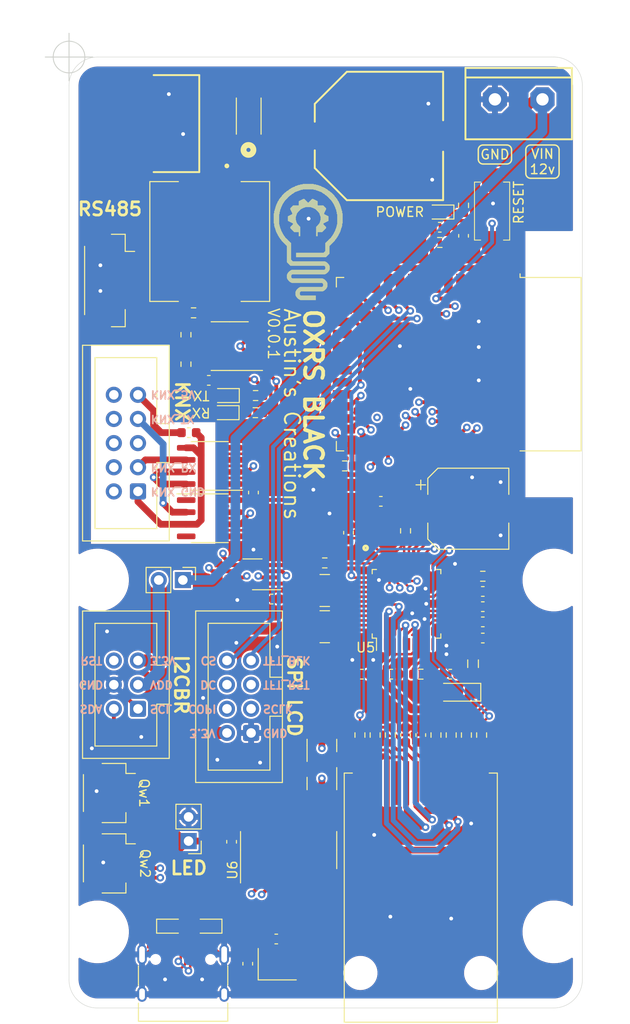
<source format=kicad_pcb>
(kicad_pcb (version 20211014) (generator pcbnew)
  (layers (0 "F.Cu" signal) (1 "In1.Cu" signal) (2 "In2.Cu" signal) (31 "B.Cu" signal) (34 "B.Paste" user) (35 "F.Paste" user) (36 "B.SilkS" user "B.Silkscreen") (37 "F.SilkS" user "F.Silkscreen") (38 "B.Mask" user) (39 "F.Mask" user) (44 "Edge.Cuts" user))
  (net 0 "")
  (net 1 "RST")
  (net 2 "VDD")
  (net 3 "Net-(C8-Pad2)")
  (net 4 "KNX_5V")
  (net 5 "+3.3VA")
  (net 6 "KNX GND")
  (net 7 "Net-(C7-Pad2)")
  (net 8 "Net-(C14-Pad2)")
  (net 9 "Net-(C19-Pad2)")
  (net 10 "Net-(Q1-Pad1)")
  (net 11 "Net-(Q1-Pad2)")
  (net 12 "IO21_SDA")
  (net 13 "IO22_SCL")
  (net 14 "IO33_SDA2")
  (net 15 "IO32_SCL2")
  (net 16 "Net-(C16-Pad2)")
  (net 17 "Net-(C20-Pad2)")
  (net 18 "Net-(C22-Pad1)")
  (net 19 "Net-(R14-Pad1)")
  (net 20 "Net-(RN1-Pad7)")
  (net 21 "Net-(RN1-Pad8)")
  (net 22 "Net-(RN1-Pad6)")
  (net 23 "Net-(RN1-Pad5)")
  (net 24 "Net-(RN2-Pad1)")
  (net 25 "Net-(RN2-Pad3)")
  (net 26 "Net-(RN2-Pad2)")
  (net 27 "Net-(RN2-Pad4)")
  (net 28 "IO03_RX")
  (net 29 "IO01_TX")
  (net 30 "Net-(C23-Pad1)")
  (net 31 "tft_CS")
  (net 32 "eth_CS")
  (net 33 "BLK")
  (net 34 "eth_RST")
  (net 35 "DC")
  (net 36 "tft_RST")
  (net 37 "SCK")
  (net 38 "SDO")
  (net 39 "SDI")
  (net 40 "Net-(D1-Pad1)")
  (net 41 "Net-(D2-Pad1)")
  (net 42 "Net-(D5-Pad2)")
  (net 43 "Net-(D6-Pad2)")
  (net 44 "KNX_RX")
  (net 46 "KNX_TX")
  (net 52 "Net-(D3-Pad1)")
  (net 53 "PRO_SCL")
  (net 54 "PRO_SDA")
  (net 55 "Net-(J5-Pad2)")
  (net 56 "Net-(J5-Pad4)")
  (net 57 "unconnected-(J6-PadA4)")
  (net 62 "Net-(R9-Pad1)")
  (net 63 "Net-(R10-Pad2)")
  (net 64 "Net-(R12-Pad2)")
  (net 65 "Net-(R15-Pad2)")
  (net 66 "Net-(R13-Pad2)")
  (net 67 "Net-(R16-Pad1)")
  (net 68 "Net-(R18-Pad1)")
  (net 69 "Net-(R18-Pad2)")
  (net 70 "Net-(D4-Pad1)")
  (net 71 "Net-(R19-Pad1)")
  (net 72 "Net-(R19-Pad2)")
  (net 79 "IO17_TX2")
  (net 85 "Net-(IDC1-Pad3)")
  (net 86 "IO16_RX2")
  (net 87 "IO12_RX3")
  (net 88 "IO05_TX3")
  (net 89 "IO00_RS-Sel")
  (net 90 "GNDREF")
  (net 91 "+3V3")
  (net 94 "IO15_i2c-Ready")
  (footprint "Resistor_SMD:R_0603_1608Metric" (layer "F.Cu") (at 53.799994 91.299995 -90)
    (fp_text reference "R13" hide)
    (fp_text value "49.9R" hide)
  )
  (footprint "Resistor_SMD:R_0603_1608Metric" (layer "F.Cu") (at 39.6 57.4)
    (fp_text reference "R2" hide)
    (fp_text value "1k" hide)
  )
  (footprint "Capacitor_Tantalum_SMD:CP_EIA-3216-18_Kemet-A" (layer "F.Cu") (at 61 86.8 180)
    (fp_text reference "C12" hide)
    (fp_text value "10uF 6.3V A TANT" hide)
  )
  (footprint "Package_SO:VSSOP-8_3.0x3.0mm_P0.65mm" (layer "F.Cu") (at 39.3 74.4 180)
    (fp_text reference "IC1" hide)
    (fp_text value "TCA4307" hide)
  )
  (footprint "Resistor_SMD:R_0603_1608Metric" (layer "F.Cu") (at 60.2 91.3 90)
    (fp_text reference "R14" hide)
    (fp_text value "49.9R" hide)
  )
  (footprint "Capacitor_SMD:C_0603_1608Metric" (layer "F.Cu") (at 52.800005 66.724988)
    (fp_text reference "C8" hide)
    (fp_text value "20pF" hide)
  )
  (footprint "Inductor_SMD:L_0805_2012Metric" (layer "F.Cu") (at 62.5 83.8 -90)
    (fp_text reference "L2" hide)
    (fp_text value "1uH 250mA 0805" hide)
  )
  (footprint "Package_QFP:LQFP-48_7x7mm_P0.5mm" (layer "F.Cu") (at 55.5 77.5 90)
    (fp_text reference "U5")
    (fp_text value "W5500" hide)
  )
  (footprint "Resistor_SMD:R_0603_1608Metric" (layer "F.Cu") (at 52.199997 91.299995 -90)
    (fp_text reference "R15" hide)
    (fp_text value "49.9R" hide)
  )
  (footprint "Capacitor_SMD:C_0603_1608Metric" (layer "F.Cu") (at 50.8 84.9)
    (fp_text reference "C13" hide)
    (fp_text value "10nF" hide)
  )
  (footprint "Austins creations:qwiic horizontal" (layer "F.Cu") (at 24 104.8 -90)
    (fp_text reference "Qw2")
    (fp_text value "qwiic_horizontal" hide)
  )
  (footprint "LED_SMD:LED_0603_1608Metric" (layer "F.Cu") (at 59 36.3 180)
    (fp_text reference "D2" hide)
    (fp_text value "blue" hide)
  )
  (footprint "Capacitor_SMD:C_0603_1608Metric" (layer "F.Cu") (at 63.525 77.8 180)
    (fp_text reference "C17" hide)
    (fp_text value "100nF" hide)
  )
  (footprint "Capacitor_SMD:C_0603_1608Metric" (layer "F.Cu") (at 59 37.9 180)
    (fp_text reference "C11" hide)
    (fp_text value "10uF" hide)
  )
  (footprint "Resistor_SMD:R_0603_1608Metric" (layer "F.Cu") (at 57 84.9 180)
    (fp_text reference "R12" hide)
    (fp_text value "12.4k" hide)
  )
  (footprint "Capacitor_SMD:C_0603_1608Metric" (layer "F.Cu") (at 61.5 38.8 -90)
    (fp_text reference "C9" hide)
    (fp_text value "1uF" hide)
  )
  (footprint "Capacitor_SMD:C_0603_1608Metric" (layer "F.Cu") (at 60.1 84.9)
    (fp_text reference "C18" hide)
    (fp_text value "100nF" hide)
  )
  (footprint "Resistor_SMD:R_0603_1608Metric" (layer "F.Cu") (at 58.6 91.3 90)
    (fp_text reference "R17" hide)
    (fp_text value "10R" hide)
  )
  (footprint "Austins creations:qwiic horizontal" (layer "F.Cu") (at 24 97.4 -90)
    (fp_text reference "Qw1")
    (fp_text value "qwiic_horizontal" hide)
  )
  (footprint "Capacitor_SMD:C_0603_1608Metric" (layer "F.Cu") (at 63.525 76.2 180)
    (fp_text reference "C14" hide)
    (fp_text value "10nF" hide)
  )
  (footprint "Resistor_SMD:R_Array_Convex_4x0603" (layer "F.Cu") (at 46.9 79.91)
    (fp_text reference "RN1" hide)
    (fp_text value "10k" hide)
  )
  (footprint "Package_TO_SOT_SMD:SOT-23" (layer "F.Cu") (at 46.6 96.4 -90)
    (fp_text reference "Q1" hide)
    (fp_text value "MMBT3904" hide)
  )
  (footprint "Resistor_SMD:R_0603_1608Metric" (layer "F.Cu") (at 55.400005 69.824988 90)
    (fp_text reference "R7" hide)
    (fp_text value "1M" hide)
  )
  (footprint "Resistor_SMD:R_0603_1608Metric" (layer "F.Cu") (at 39.625 55.6)
    (fp_text reference "R3" hide)
    (fp_text value "1k" hide)
  )
  (footprint "Capacitor_SMD:C_0603_1608Metric" (layer "F.Cu") (at 41.3 77)
    (fp_text reference "C3" hide)
    (fp_text value "100nf" hide)
  )
  (footprint "Capacitor_SMD:C_0603_1608Metric" (layer "F.Cu") (at 37.1 102.525 -90)
    (fp_text reference "C21" hide)
    (fp_text value "100nF" hide)
  )
  (footprint "Resistor_SMD:R_Array_Convex_4x0603" (layer "F.Cu") (at 46.9 76.1 180)
    (fp_text reference "RN2" hide)
    (fp_text value "10k" hide)
  )
  (footprint "Connector_IDC:IDC-Header_2x04_P2.54mm_Vertical" (layer "F.Cu") (at 39.1525 91.08 180)
    (fp_text reference "J2" hide)
    (fp_text value "SPI-LCD" hide)
  )
  (footprint "Package_SO:SOIC-8_3.9x4.9mm_P1.27mm" (layer "F.Cu") (at 34.800007 63.000001 180)
    (fp_text reference "U2" hide)
    (fp_text value "HCPL-061A" hide)
  )
  (footprint "Austins creations:HR961160C" (layer "F.Cu") (at 57 108 180)
    (fp_text reference "RJ45_1" hide)
    (fp_text value "HR961160C" hide)
  )
  (footprint "Capacitor_SMD:C_0603_1608Metric" (layer "F.Cu") (at 63.525 79.4 180)
    (fp_text reference "C16" hide)
    (fp_text value "4.7uF" hide)
  )
  (footprint "MountingHole:MountingHole_3.2mm_M3" (layer "F.Cu") (at 71 75 90)
    (fp_text reference "H4" hide)
    (fp_text value "MountingHole" hide)
  )
  (footprint "Capacitor_SMD:C_0603_1608Metric" (layer "F.Cu") (at 32.6 59.5)
    (fp_text reference "C6" hide)
    (fp_text value "100nf" hide)
  )
  (footprint "MountingHole:MountingHole_3.2mm_M3" (layer "F.Cu") (at 23 112 90)
    (fp_text reference "H2" hide)
    (fp_text value "MountingHole" hide)
  )
  (footprint "Resistor_SMD:R_0603_1608Metric" (layer "F.Cu") (at 61.5 35.6 90)
    (fp_text reference "R1" hide)
    (fp_text value "1k" hide)
  )
  (footprint "Austins creations:button" (layer "F.Cu") (at 64.5 36.2 -90)
    (fp_text reference "B1" hide)
    (fp_text value "button" hide)
  )
  (footprint "Resistor_SMD:R_0603_1608Metric" (layer "F.Cu") (at 61.8 91.3 90)
    (fp_text reference "R16" hide)
    (fp_text value "49.9R" hide)
  )
  (footprint "Capacitor_SMD:C_0603_1608Metric" (layer "F.Cu") (at 39.4 65.8 -90)
    (fp_text reference "C4" hide)
    (fp_text value "100nf" hide)
  )
  (footprint "Connector_IDC:IDC-Header_2x05_P2.54mm_Vertical" (layer "F.Cu") (at 27.252498 65.680006 180)
    (fp_text reference "J4" hide)
    (fp_text value "Conn_02x05_Odd_Even" hide)
  )
  (footprint "Crystal:Crystal_SMD_3225-4Pin_3.2x2.5mm" (layer "F.Cu") (at 41.899992 115.399998)
    (fp_text reference "Y2" hide)
    (fp_text value "Crystal_GND23" hide)
  )
  (footprint "Capacitor_SMD:C_0603_1608Metric" (layer "F.Cu") (at 53.9 84.9 180)
    (fp_text reference "C15" hide)
    (fp_text value "100nF" hide)
  )
  (footprint "Capacitor_SMD:C_0603_1608Metric" (layer "F.Cu") (at 55.4 91.3 -90)
    (fp_text reference "C19" hide)
    (fp_text value "10nF" hide)
  )
  (footprint "Capacitor_SMD:C_0603_1608Metric" (layer "F.Cu") (at 49.400005 70.024988 -90)
    (fp_text reference "C7" hide)
    (fp_text value "20pF" hide)
  )
  (footprint "Resistor_SMD:R_0603_1608Metric" (layer "F.Cu") (at 32.3 49.2 -90)
    (fp_text reference "R6" hide)
    (fp_text value "120R" hide)
  )
  (footprint "Capacitor_SMD:CP_Elec_8x6.2" (layer "F.Cu") (at 62 67.5)
    (fp_text reference "C2" hide)
    (fp_text value "220uF 6.3v" hide)
  )
  (footprint "Resistor_SMD:R_0603_1608Metric" (layer "F.Cu") (at 32.3 52.3 -90)
    (fp_text reference "R4" hide)
    (fp_text value "10k" hide)
  )
  (footprint "Connector_JST:JST_GH_SM05B-GHS-TB_1x05-1MP_P1.25mm_Horizontal" (layer "F.Cu") (at 24.2 43.5 -90)
    (fp_text reference "J5" hide)
    (fp_text value "Conn_01x05_MountingPin" hide)
  )
  (footprint "Connector_PinHeader_2.54mm:PinHeader_1x02_P2.54mm_Vertical" (layer "F.Cu") (at 31.975 75 -90)
    (fp_text reference "J1" hide)
    (fp_text value "Conn_01x02" hide)
  )
  (footprint "Package_SO:SOIC-8_3.9x4.9mm_P1.27mm" (layer "F.Cu") (at 34.800007 68.49999)
    (fp_text reference "U3" hide)
    (fp_text value "HCPL-061A" hide)
  )
  (footprint "Resistor_SMD:R_0603_1608Metric" (layer "F.Cu") (at 33.1 46.9 180)
    (fp_text reference "R5" hide)
    (fp_text value "10k" hide)
  )
  (footprint "Resistor_SMD:R_0603_1608Metric" (layer "F.Cu") (at 50.6 91.299995 90)
    (fp_text reference "R19" hide)
    (fp_text value "470R" hide)
  )
  (footprint "Resistor_SMD:R_0603_1608Metric" (layer "F.Cu") (at 63.525 74.6 180)
    (fp_text reference "R10" hide)
    (fp_text value "10k" hide)
  )
  (footprint "Austins creations:PMEG3050EP" (layer "F.Cu") (at 38.9 26.211093 90)
    (fp_text reference "D1" hide)
    (fp_text value "PMEG4050EP" hide)
  )
  (footprint "Capacitor_SMD:C_0603_1608Metric" (layer "F.Cu") (at 34.7 54)
    (fp_text reference "C5" hide)
    (fp_text value "100nf" hide)
  )
  (footprint "Austins creations:large capacitor 12.5d 13.5h" (layer "F.Cu") (at 52.6 28.3)
    (fp_text reference "C1" hide)
    (fp_text value "680uF 35v" hide)
  )
  (footprint "Package_TO_SOT_SMD:SOT-23" (layer "F.Cu") (at 46.6 92.4 90)
    (fp_text reference "Q2" hide)
    (fp_text value "MMBT3904" hide)
  )
  (footprint "Capacitor_SMD:C_0603_1608Metric" (layer "F.Cu") (at 41.799993 112.74999 180)
    (fp_text reference "C22" hide)
    (fp_text value "20pF" hide)
  )
  (footprint "Resistor_SMD:R_0603_1608Metric" (layer "F.Cu") (at 59 39.5 180)
    (fp_text reference "R8" hide)
    (fp_text value "10k" hide)
  )
  (footprint "MountingHole:MountingHole_3.2mm_M3" (layer "F.Cu") (at 23 75 90)
    (fp_text reference "H3" hide)
    (fp_text value "MountingHole" hide)
  )
  (footprint "logos:Creations logo med" (layer "F.Cu") (at 45.2 37)
    (fp_text reference "LOGO1" hide)
    (fp_text value "Creations_logo_med" hide)
  )
  (footprint "Connector_PinHeader_2.54mm:PinHeader_1x02_P2.54mm_Vertical" (layer "F.Cu") (at 32.575 102.45 180)
    (fp_text reference "J3" hide)
    (fp_text value "Conn_01x02" hide)
  )
  (footprint "Austins creations:2pinblock" (layer "F.Cu") (at 67.3 24.45 180)
    (fp_text reference "TB1" hide)
    (fp_text value "2pinblock" hide)
  )
  (footprint "Capacitor_SMD:C_0603_1608Metric" (layer "F.Cu") (at 38.799999 115.350011 90)
    (fp_text reference "C23" hide)
    (fp_text value "20pF" hide)
  )
  (footprint "Diode_SMD:D_0603_1608Metric" (layer "F.Cu") (at 34.6 111.4 180)
    (fp_text reference "D5" hide)
    (fp_text value "PGB1010603NR" hide)
  )
  (footprint "Package_SO:SOP-8_3.9x4.9mm_P1.27mm" (layer "F.Cu") (at 36.9 50.4 180)
    (fp_text reference "U1" hide)
    (fp_text value "MAX3485" hide)
  )
  (footprint "Austins creations:12x12x8 inductor" (layer "F.Cu") (at 34.8 39.4 -90)
    (fp_text reference "L1" hide)
    (fp_text value "33uH" hide)
  )
  (footprint "Diode_SMD:D_0603_1608Metric" (layer "F.Cu") (at 30.7 111.4)
    (fp_text reference "D6" hide)
    (fp_text value "PGB1010603NR" hide)
  )
  (footprint "MountingHole:MountingHole_3.2mm_M3" (layer "F.Cu") (at 71 112 90)
    (fp_text reference "H1" hide)
    (fp_text value "MountingHole" hide)
  )
  (footprint "Austins creations:LM2596S" (layer "F.Cu") (at 29.9 27 180)
    (fp_text reference "PS1" hide)
    (fp_text value "LM2596S-3V3" hide)
  )
  (footprint "Austins creations:25MHz_SMD_Crystal_Resonator" (layer "F.Cu") (at 52.4 69.725)
    (fp_text reference "Y1" hide)
    (fp_text value "25MHz_SMD_Crystal_Resonator" hide)
  )
  (footprint "Resistor_SMD:R_0603_1608Metric" (layer "F.Cu") (at 46.9 73.2 180)
    (fp_text reference "R9" hide)
    (fp_text value "10k" hide)
  )
  (footprint "Connector_USB:USB_C_Receptacle_HRO_TYPE-C-31-M-12" (layer "F.Cu") (at 32 117.5)
    (fp_text reference "J6" hide)
    (fp_text value "USB_C_Receptacle_USB2.0" hide)
  )
  (footprint "Resistor_SMD:R_0603_1608Metric" (layer "F.Cu") (at 49 63 180)
    (fp_text reference "R11" hide)
    (fp_text value "10k" hide)
  )
  (footprint "Connector_IDC:IDC-Header_2x03_P2.54mm_Vertical" (layer "F.Cu") (at 27.252498 88.54501 180)
    (fp_text reference "IDC1" hide)
    (fp_text value "CONN_03X2SHROUD" hide)
  )
  (footprint "LED_SMD:LED_0603_1608Metric" (layer "F.Cu") (at 36.425 55.6 180)
    (fp_text reference "D4" hide)
    (fp_text value "green" hide)
  )
  (footprint "Package_SO:SOIC-16_3.9x9.9mm_P1.27mm" (layer "F.Cu") (at 43.1 103.4 90)
    (fp_text reference "U6")
    (fp_text value "CH340G" hide)
  )
  (footprint "RF_Module:ESP32-WROOM-32" (layer "F.Cu") (at 58 52.3 -90)
    (fp_text reference "U4" hide)
    (fp_text value "ESP32-WROOM-32D" hide)
  )
  (footprint "Capacitor_SMD:C_0603_1608Metric" (layer "F.Cu") (at 63.525 81.1 180)
    (fp_text reference "C10" hide)
    (fp_text value "100nF" hide)
  )
  (footprint "LED_SMD:LED_0603_1608Metric" (layer "F.Cu") (at 36.4 57.4 180)
    (fp_text reference "D3" hide)
    (fp_text value "red" hide)
  )
  (footprint "Resistor_SMD:R_0603_1608Metric" (layer "F.Cu") (at 63.4 91.3 90)
    (fp_text reference "R18" hide)
    (fp_text value "470R" hide)
  )
  (footprint "Capacitor_SMD:C_0603_1608Metric" (layer "F.Cu") (at 57 91.3 -90)
    (fp_text reference "C20" hide)
    (fp_text value "22nF" hide)
  )
  (gr_arc (start 63.05 29.75) (mid 63.196447 29.396447) (end 63.55 29.25) (layer "F.SilkS") (width 0.15))
  (gr_arc (start 66.55 30.75) (mid 66.403553 31.103553) (end 66.05 31.25) (layer "F.SilkS") (width 0.15))
  (gr_arc (start 71.55 32.25) (mid 71.403553 32.603553) (end 71.05 32.75) (layer "F.SilkS") (width 0.15))
  (gr_line (start 71.55 29.75) (end 71.55 32.25) (layer "F.SilkS") (width 0.15))
  (gr_line (start 68.05 32.25) (end 68.05 29.75) (layer "F.SilkS") (width 0.15))
  (gr_line (start 66.55 29.75) (end 66.55 30.75) (layer "F.SilkS") (width 0.15))
  (gr_line (start 66.05 31.25) (end 63.55 31.25) (layer "F.SilkS") (width 0.15))
  (gr_line (start 71.05 32.75) (end 68.55 32.75) (layer "F.SilkS") (width 0.15))
  (gr_line (start 63.05 29.75) (end 63.05 30.75) (layer "F.SilkS") (width 0.15))
  (gr_arc (start 66.05 29.25) (mid 66.403553 29.396447) (end 66.55 29.75) (layer "F.SilkS") (width 0.15))
  (gr_line (start 66.05 29.25) (end 63.55 29.25) (layer "F.SilkS") (width 0.15))
  (gr_arc (start 68.05 29.75) (mid 68.196447 29.396447) (end 68.55 29.25) (layer "F.SilkS") (width 0.15))
  (gr_arc (start 63.55 31.25) (mid 63.196447 31.103553) (end 63.05 30.75) (layer "F.SilkS") (width 0.15))
  (gr_arc (start 71.05 29.25) (mid 71.403553 29.396447) (end 71.55 29.75) (layer "F.SilkS") (width 0.15))
  (gr_arc (start 68.55 32.75) (mid 68.196447 32.603553) (end 68.05 32.25) (layer "F.SilkS") (width 0.15))
  (gr_line (start 68.55 29.25) (end 71.05 29.25) (layer "F.SilkS") (width 0.15))
  (gr_line (start 71 20) (end 23 20) (layer "Edge.Cuts") (width 0.05))
  (gr_arc (start 20 23) (mid 20.87868 20.87868) (end 23 20) (layer "Edge.Cuts") (width 0.05))
  (gr_arc (start 74 117) (mid 73.12132 119.12132) (end 71 120) (layer "Edge.Cuts") (width 0.05))
  (gr_line (start 23 120) (end 71 120) (layer "Edge.Cuts") (width 0.05))
  (gr_arc (start 71 20) (mid 73.12132 20.87868) (end 74 23) (layer "Edge.Cuts") (width 0.05))
  (gr_line (start 20 23) (end 20 117) (layer "Edge.Cuts") (width 0.05))
  (gr_arc (start 23.000001 119.999999) (mid 20.863288 119.136712) (end 20 117) (layer "Edge.Cuts") (width 0.05))
  (gr_line (start 74 117) (end 74 23) (layer "Edge.Cuts") (width 0.05))
  (gr_text "COPI" (at 35.6 88.54 180) (layer "B.SilkS") (effects (font (size 0.83312 0.83312) (thickness 0.18288)) (justify right mirror)))
  (gr_text "GND" (at 23.7 86 180) (layer "B.SilkS") (effects (font (size 0.83312 0.83312) (thickness 0.18288)) (justify right mirror)))
  (gr_text "SDA" (at 23.6 88.54 180) (layer "B.SilkS") (effects (font (size 0.83312 0.83312) (thickness 0.18288)) (justify right mirror)))
  (gr_text "GND" (at 40.3 91.08 180) (layer "B.SilkS") (effects (font (size 0.83312 0.83312) (thickness 0.18288)) (justify left mirror)))
  (gr_text "KNX_GND" (at 28.499994 65.699996 180) (layer "B.SilkS") (effects (font (size 0.83312 0.83312) (thickness 0.18288)) (justify left mirror)))
  (gr_text "VDD" (at 28.4 86 180) (layer "B.SilkS") (effects (font (size 0.83312 0.83312) (thickness 0.18288)) (justify left mirror)))
  (gr_text "3.3V" (at 35.5 91.1 180) (layer "B.SilkS") (effects (font (size 0.83312 0.83312) (thickness 0.18288)) (justify right mirror)))
  (gr_text "TFT_BLK" (at 40.3 83.46 180) (layer "B.SilkS") (effects (font (size 0.83312 0.83312) (thickness 0.18288)) (justify left mirror)))
  (gr_text "CS" (at 35.6 83.46 180) (layer "B.SilkS") (effects (font (size 0.83312 0.83312) (thickness 0.18288)) (justify right mirror)))
  (gr_text "RST" (at 23.6 83.46 180) (layer "B.SilkS") (effects (font (size 0.83312 0.83312) (thickness 0.18288)) (justify right mirror)))
  (gr_text "SCLK" (at 40.3 88.54 180) (layer "B.SilkS") (effects (font (size 0.83312 0.83312) (thickness 0.18288)) (justify left mirror)))
  (gr_text "TFT_RST" (at 40.3 86 180) (layer "B.SilkS") (effects (font (size 0.83312 0.83312) (thickness 0.18288)) (justify left mirror)))
  (gr_text "KNX_5V" (at 28.499994 55.499991 180) (layer "B.SilkS") (effects (font (size 0.83312 0.83312) (thickness 0.18288)) (justify left mirror)))
  (gr_text "KNX_TX" (at 28.499994 58.079996 180) (layer "B.SilkS") (effects (font (size 0.83312 0.83312) (thickness 0.18288)) (justify left mirror)))
  (gr_text "DC" (at 35.6 86 180) (layer "B.SilkS") (effects (font (size 0.83312 0.83312) (thickness 0.18288)) (justify right mirror)))
  (gr_text "3.3V" (at 28.4 83.46 180) (layer "B.SilkS") (effects (font (size 0.83312 0.83312) (thickness 0.18288)) (justify left mirror)))
  (gr_text "SCL" (at 28.4 88.54 180) (layer "B.SilkS") (effects (font (size 0.83312 0.83312) (thickness 0.18288)) (justify left mirror)))
  (gr_text "KNX_RX" (at 28.499994 63.159996 180) (layer "B.SilkS") (effects (font (size 0.83312 0.83312) (thickness 0.18288)) (justify left mirror)))
  (gr_text "I2CBR" (at 31 86 270) (layer "F.SilkS") (effects (font (size 1.391412 1.391412) (thickness 0.284988)) (justify bottom)))
  (gr_text "GND" (at 64.8 30.25) (layer "F.SilkS") (effects (font (size 1 1))))
  (gr_text "RS485" (at 24.3 36.8) (layer "F.SilkS") (effects (font (size 1.391412 1.391412) (thickness 0.284988)) (justify bottom)))
  (gr_text "LED" (at 32.6 106.1) (layer "F.SilkS") (effects (font (size 1.391412 1.391412) (thickness 0.284988)) (justify bottom)))
  (gr_text "V0.0.1" (at 42.2 46.3 270) (layer "F.SilkS") (effects (font (size 1.1684 1.1684)) (justify left top)))
  (gr_text "RX" (at 33.9 57.4 180) (layer "F.SilkS") (effects (font (size 1 1))))
  (gr_text "RESET" (at 67.3 35.3 90) (layer "F.SilkS") (effects (font (size 1 1))))
  (gr_text "POWER" (at 54.8 36.3) (layer "F.SilkS") (effects (font (size 1 1))))
  (gr_text "SPI LCD" (at 42.9 87.27 270) (layer "F.SilkS") (effects (font (size 1.391412 1.391412) (thickness 0.284988)) (justify bottom)))
  (gr_text "OXRS BLACK" (at 46.8 46.3 270) (layer "F.SilkS") (effects (font (size 1.909 1.909) (thickness 0.391)) (justify left top)))
  (gr_text "VIN\n12v" (at 69.8 31) (layer "F.SilkS") (effects (font (size 1 1))))
  (gr_text "KNX" (at 31.1 56.2 270) (layer "F.SilkS") (effects (font (size 1.391412 1.391412) (thickness 0.284988)) (justify bottom)))
  (gr_text "Austin's Creations" (at 44.4 46.3 270) (layer "F.SilkS") (effects (font (size 1.63576 1.63576) (thickness 0.2)) (justify left top)))
  (gr_text "TX" (at 33.925 55.6 180) (layer "F.SilkS") (effects (font (size 1 1))))
  (target plus (at 20 20) (size 5) (width 0.1) (layer "Edge.Cuts"))
  (segment (start 58.6 45.4) (end 63.100422 45.4) (width 0.4064) (layer "F.Cu") (net 1))
  (segment (start 64.425 39.575) (end 64.5 39.5) (width 0.4064) (layer "F.Cu") (net 1))
  (segment (start 63.715 44.785422) (end 63.715 43.8) (width 0.4064) (layer "F.Cu") (net 1))
  (segment (start 46.5949 95.854439) (end 46.6 95.859539) (width 0.7112) (layer "F.Cu") (net 1))
  (segment (start 59.8 39.5) (end 61.225 39.5) (width 0.508) (layer "F.Cu") (net 1))
  (segment (start 64.5 39.5) (end 64.5 37.5) (width 0.4064) (layer "F.Cu") (net 1))
  (segment (start 63.100422 45.4) (end 63.715 44.785422) (width 0.4064) (layer "F.Cu") (net 1))
  (segment (start 46.6 95.859539) (end 46.6 97.3375) (width 0.7112) (layer "F.Cu") (net 1))
  (segment (start 61.5 39.575) (end 64.425 39.575) (width 0.4064) (layer "F.Cu") (net 1))
  (via (at 64.5 37.5) (size 0.8) (drill 0.4) (layers "F.Cu" "B.Cu") (net 1))
  (via (at 58.6 45.4) (size 0.8) (drill 0.4) (layers "F.Cu" "B.Cu") (net 1))
  (via (at 46.5949 95.854439) (size 0.8) (drill 0.4) (layers "F.Cu" "B.Cu") (net 1))
  (segment (start 58.6 45.4) (end 64.5 39.5) (width 0.4064) (layer "B.Cu") (net 1))
  (segment (start 64.5 39.5) (end 64.5 37.5) (width 0.4064) (layer "B.Cu") (net 1))
  (segment (start 62.6 30.8) (end 68.95 24.45) (width 1.016) (layer "F.Cu") (net 2))
  (segment (start 35.45 30.4) (end 49.15 30.4) (width 1.016) (layer "F.Cu") (net 2))
  (segment (start 68.95 24.45) (end 69.8 24.45) (width 1.016) (layer "F.Cu") (net 2))
  (segment (start 49.15 30.4) (end 47.05 28.3) (width 1.016) (layer "F.Cu") (net 2))
  (segment (start 49.55 30.8) (end 62.6 30.8) (width 1.016) (layer "F.Cu") (net 2))
  (segment (start 49.15 30.4) (end 49.55 30.8) (width 1.016) (layer "F.Cu") (net 2))
  (segment (start 69.8 24.45) (end 69.8 27.8) (width 1.016) (layer "B.Cu") (net 2))
  (segment (start 69.8 27.8) (end 37.5 60.1) (width 1.016) (layer "B.Cu") (net 2))
  (segment (start 35 75) (end 31.975 75) (width 1.016) (layer "B.Cu") (net 2))
  (segment (start 37.5 60.1) (end 37.5 72.5) (width 1.016) (layer "B.Cu") (net 2))
  (segment (start 37.5 72.5) (end 35 75) (width 1.016) (layer "B.Cu") (net 2))
  (segment (start 55.75 71.575) (end 56.201525 71.123475) (width 0.254) (layer "F.Cu") (net 3))
  (segment (start 55.75 73.25) (end 55.75 71.575) (width 0.254) (layer "F.Cu") (net 3))
  (segment (start 53.55 68.85) (end 53.55 66.749993) (width 0.254) (layer "F.Cu") (net 3))
  (segment (start 56.2 69.799983) (end 55.400005 68.999988) (width 0.254) (layer "F.Cu") (net 3))
  (segment (start 55.400005 68.999988) (end 53.699988 68.999988) (width 0.254) (layer "F.Cu") (net 3))
  (segment (start 53.699988 68.999988) (end 53.55 68.85) (width 0.254) (layer "F.Cu") (net 3))
  (segment (start 56.201525 71.123475) (end 56.201525 70.231897) (width 0.254) (layer "F.Cu") (net 3))
  (segment (start 53.55 66.749993) (end 53.575005 66.724988) (width 0.254) (layer "F.Cu") (net 3))
  (segment (start 56.201525 70.231897) (end 56.2 70.230372) (width 0.254) (layer "F.Cu") (net 3))
  (segment (start 56.2 70.230372) (end 56.2 69.799983) (width 0.254) (layer "F.Cu") (net 3))
  (segment (start 32.325 63.635) (end 29.465 63.635) (width 0.7112) (layer "F.Cu") (net 4))
  (segment (start 32.325 64.905) (end 29.605 64.905) (width 0.7112) (layer "F.Cu") (net 4))
  (segment (start 28.9 58.7) (end 28.9 57.167508) (width 0.7112) (layer "F.Cu") (net 4))
  (segment (start 28.9 57.167508) (end 27.252498 55.520006) (width 0.7112) (layer "F.Cu") (net 4))
  (segment (start 29.7 59.5) (end 28.9 58.7) (width 0.7112) (layer "F.Cu") (net 4))
  (segment (start 29.465 63.635) (end 28.9 64.2) (width 0.7112) (layer "F.Cu") (net 4))
  (segment (start 31.825 59.5) (end 29.7 59.5) (width 0.7112) (layer "F.Cu") (net 4))
  (segment (start 29.605 64.905) (end 28.9 64.2) (width 0.7112) (layer "F.Cu") (net 4))
  (via (at 28.9 64.2) (size 0.8) (drill 0.4) (layers "F.Cu" "B.Cu") (net 4))
  (segment (start 62.5 86.65) (end 62.35 86.8) (width 0.8128) (layer "F.Cu") (net 5))
  (segment (start 60.9 81.3) (end 60.9 84.875) (width 0.6096) (layer "F.Cu") (net 5))
  (segment (start 62.75 77.8) (end 61.2 76.25) (width 0.254) (layer "F.Cu") (net 5))
  (segment (start 61.2 76.25) (end 59.75 76.25) (width 0.254) (layer "F.Cu") (net 5))
  (segment (start 53.125 85.662549) (end 53.125 84.9) (width 0.8128) (layer "F.Cu") (net 5))
  (segment (start 60.55 78.25) (end 59.75 78.25) (width 0.254) (layer "F.Cu") (net 5))
  (segment (start 59.75 79.25) (end 60.75 79.25) (width 0.254) (layer "F.Cu") (net 5))
  (segment (start 61.1 81.1) (end 61.2 81) (width 0.254) (layer "F.Cu") (net 5))
  (segment (start 62.5 84.8625) (end 62.5 86.65) (width 0.8128) (layer "F.Cu") (net 5))
  (segment (start 61.2 81) (end 61.2 79.7) (width 0.254) (layer "F.Cu") (net 5))
  (segment (start 56.646989 77.174167) (end 57.072568 76.748588) (width 0.254) (layer "F.Cu") (net 5))
  (segment (start 58.35 79.25) (end 59.75 79.25) (width 0.254) (layer "F.Cu") (net 5))
  (segment (start 62.35 86.8) (end 62.35 86.925) (width 0.8128) (layer "F.Cu") (net 5))
  (segment (start 60.75 79.25) (end 60.8 79.3) (width 0.254) (layer "F.Cu") (net 5))
  (segment (start 58.401412 76.748588) (end 58.9 76.25) (width 0.254) (layer "F.Cu") (net 5))
  (segment (start 54.4 82.8) (end 56 82.8) (width 0.254) (layer "F.Cu") (net 5))
  (segment (start 61.2 79.7) (end 60.8 79.3) (width 0.254) (layer "F.Cu") (net 5))
  (segment (start 60.9 84.875) (end 60.875 84.9) (width 0.6096) (layer "F.Cu") (net 5))
  (segment (start 51.575 84.9) (end 53.125 84.9) (width 0.7112) (layer "F.Cu") (net 5))
  (segment (start 54.25 81.75) (end 54.25 82.95) (width 0.254) (layer "F.Cu") (net 5))
  (segment (start 60.8 78.5) (end 60.8 79.3) (width 0.254) (layer "F.Cu") (net 5))
  (segment (start 62.35 86.925) (end 60.675 88.6) (width 0.8128) (layer "F.Cu") (net 5))
  (segment (start 57.75 81.75) (end 57.75 79.85) (width 0.254) (layer "F.Cu") (net 5))
  (segment (start 60.9125 84.8625) (end 60.875 84.9) (width 0.8128) (layer "F.Cu") (net 5))
  (segment (start 57.072568 76.748588) (end 58.401412 76.748588) (width 0.254) (layer "F.Cu") (net 5))
  (segment (start 54.25 82.95) (end 53.125 84.075) (width 0.254) (layer "F.Cu") (net 5))
  (segment (start 57.120958 78.25) (end 56.646989 77.776031) (width 0.254) (layer "F.Cu") (net 5))
  (segment (start 58.9 76.25) (end 59.75 76.25) (width 0.254) (layer "F.Cu") (net 5))
  (segment (start 56.646989 77.776031) (end 56.646989 77.174167) (width 0.254) (layer "F.Cu") (net 5))
  (segment (start 61.1 81.1) (end 60.9 81.3) (width 0.6096) (layer "F.Cu") (net 5))
  (segment (start 56 82.8) (end 56.25 82.55) (width 0.254) (layer "F.Cu") (net 5))
  (segment (start 60.675 88.6) (end 56.062451 88.6) (width 0.8128) (layer "F.Cu") (net 5))
  (segment (start 60.55 78.25) (end 60.8 78.5) (width 0.254) (layer "F.Cu") (net 5))
  (segment (start 53.125 84.075) (end 53.125 84.9) (width 0.254) (layer "F.Cu") (net 5))
  (segment (start 57.75 79.85) (end 58.35 79.25) (width 0.254) (layer "F.Cu") (net 5))
  (segment (start 62.5 84.8625) (end 60.9125 84.8625) (width 0.8128) (layer "F.Cu") (net 5))
  (segment (start 54.25 82.95) (end 54.4 82.8) (width 0.254) (layer "F.Cu") (net 5))
  (segment (start 56.25 82.55) (end 56.25 81.75) (width 0.254) (layer "F.Cu") (net 5))
  (segment (start 59.75 78.25) (end 57.120958 78.25) (width 0.254) (layer "F.Cu") (net 5))
  (segment (start 56.062451 88.6) (end 53.125 85.662549) (width 0.8128) (layer "F.Cu") (net 5))
  (segment (start 33.9 61.9) (end 33.9 60.025) (width 0.7112) (layer "F.Cu") (net 6))
  (segment (start 33.095 61.095) (end 33.9 61.9) (width 0.7112) (layer "F.Cu") (net 6))
  (segment (start 29.635 69.135) (end 32.325 69.135) (width 0.7112) (layer "F.Cu") (net 6))
  (segment (start 33.9 68.7) (end 33.465 69.135) (width 0.7112) (layer "F.Cu") (net 6))
  (segment (start 27.252498 66.752498) (end 29.635 69.135) (width 0.7112) (layer "F.Cu") (net 6))
  (segment (start 33.9 60.025) (end 33.375 59.5) (width 0.7112) (layer "F.Cu") (net 6))
  (segment (start 32.325 61.095) (end 33.095 61.095) (width 0.7112) (layer "F.Cu") (net 6))
  (segment (start 33.9 61.9) (end 33.9 68.7) (width 0.7112) (layer "F.Cu") (net 6))
  (segment (start 33.465 69.135) (end 32.325 69.135) (width 0.7112) (layer "F.Cu") (net 6))
  (segment (start 27.252498 65.680006) (end 27.252498 66.752498) (width 0.7112) (layer "F.Cu") (net 6))
  (segment (start 49.599993 70.6) (end 49.400005 70.799988) (width 0.254) (layer "F.Cu") (net 7))
  (segment (start 52.65 72) (end 51.25 70.6) (width 0.254) (layer "F.Cu") (net 7))
  (segment (start 55.400005 71.024995) (end 54.425 72) (width 0.254) (layer "F.Cu") (net 7))
  (segment (start 54.425 72) (end 52.65 72) (width 0.254) (layer "F.Cu") (net 7))
  (segment (start 51.25 70.6) (end 49.599993 70.6) (width 0.254) (layer "F.Cu") (net 7))
  (segment (start 55.400005 70.649988) (end 55.400005 71.024995) (width 0.254) (layer "F.Cu") (net 7))
  (segment (start 55.25 70.799993) (end 55.25 73.25) (width 0.254) (layer "F.Cu") (net 7))
  (segment (start 55.400005 70.649988) (end 55.25 70.799993) (width 0.254) (layer "F.Cu") (net 7))
  (segment (start 61.791374 76.2) (end 61.341374 75.75) (width 0.254) (layer "F.Cu") (net 8))
  (segment (start 62.75 76.2) (end 61.791374 76.2) (width 0.254) (layer "F.Cu") (net 8))
  (segment (start 61.341374 75.75) (end 59.75 75.75) (width 0.254) (layer "F.Cu") (net 8))
  (segment (start 53.799994 90.474995) (end 52.199997 90.474995) (width 0.3048) (layer "F.Cu") (net 9))
  (segment (start 55.4 92.075) (end 57.51 94.185) (width 0.3048) (layer "F.Cu") (net 9))
  (segment (start 55.075 92.075) (end 53.799994 90.799994) (width 0.3048) (layer "F.Cu") (net 9))
  (segment (start 53.799994 90.799994) (end 53.799994 90.474995) (width 0.3048) (layer "F.Cu") (net 9))
  (segment (start 57.51 94.185) (end 57.51 96.35) (width 0.3048) (layer "F.Cu") (net 9))
  (segment (start 55.4 92.075) (end 55.075 92.075) (width 0.3048) (layer "F.Cu") (net 9))
  (segment (start 42.465 99.535) (end 42.465 100.925) (width 0.7112) (layer "F.Cu") (net 10))
  (segment (start 47.55 98.35) (end 47 98.9) (width 0.7112) (layer "F.Cu") (net 10))
  (segment (start 47.55 95.4625) (end 47.55 98.35) (width 0.7112) (layer "F.Cu") (net 10))
  (segment (start 47 98.9) (end 43.1 98.9) (width 0.7112) (layer "F.Cu") (net 10))
  (segment (start 47.55 93.3375) (end 47.55 95.4625) (width 0.7112) (layer "F.Cu") (net 10))
  (segment (start 43.1 98.9) (end 42.465 99.535) (width 0.7112) (layer "F.Cu") (net 10))
  (segment (start 45.637269 97.162731) (end 45.637269 95.475231) (width 0.7112) (layer "F.Cu") (net 11))
  (segment (start 42.51072 97.98928) (end 44.81072 97.98928) (width 0.7112) (layer "F.Cu") (net 11))
  (segment (start 41.195 100.925) (end 41.195 99.305) (width 0.7112) (layer "F.Cu") (net 11))
  (segment (start 41.195 99.305) (end 42.51072 97.98928) (width 0.7112) (layer "F.Cu") (net 11))
  (segment (start 45.65 93.3375) (end 45.65 95.4625) (width 0.7112) (layer "F.Cu") (net 11))
  (segment (start 45.637269 95.475231) (end 45.65 95.4625) (width 0.7112) (layer "F.Cu") (net 11))
  (segment (start 44.81072 97.98928) (end 45.637269 97.162731) (width 0.7112) (layer "F.Cu") (net 11))
  (segment (start 59.905 59.359794) (end 59.905 60.8) (width 0.4064) (layer "F.Cu") (net 12))
  (segment (start 34.716879 73.716879) (end 35.075 74.075) (width 0.4064) (layer "F.Cu") (net 12))
  (segment (start 35.075 74.075) (end 37.1 74.075) (width 0.4064) (layer "F.Cu") (net 12))
  (segment (start 58.2 58.299503) (end 58.844709 58.299503) (width 0.4064) (layer "F.Cu") (net 12))
  (segment (start 58.844709 58.299503) (end 59.905 59.359794) (width 0.4064) (layer "F.Cu") (net 12))
  (via (at 58.2 58.299503) (size 0.8) (drill 0.4) (layers "F.Cu" "B.Cu") (net 12))
  (via (at 34.716879 73.716879) (size 0.8) (drill 0.4) (layers "F.Cu" "B.Cu") (net 12))
  (segment (start 42.4105 74.075) (end 42.8655 74.53) (width 0.4064) (layer "F.Cu") (net 13))
  (segment (start 58.2 57.3) (end 58.202214 57.297786) (width 0.4064) (layer "F.Cu") (net 13))
  (segment (start 58.202214 57.297786) (end 62.397786 57.297786) (width 0.4064) (layer "F.Cu") (net 13))
  (segment (start 62.397786 57.297786) (end 63.715 58.615) (width 0.4064) (layer "F.Cu") (net 13))
  (segment (start 63.715 58.615) (end 63.715 60.8) (width 0.4064) (layer "F.Cu") (net 13))
  (segment (start 41.5 74.075) (end 42.4105 74.075) (width 0.4064) (layer "F.Cu") (net 13))
  (via (at 58.2 57.3) (size 0.8) (drill 0.4) (layers "F.Cu" "B.Cu") (net 13))
  (via (at 42.8655 74.53) (size 0.8) (drill 0.4) (layers "F.Cu" "B.Cu") (net 13))
  (segment (start 57.4054 47.0054) (end 56.095 45.695) (width 0.4064) (layer "F.Cu") (net 14))
  (segment (start 56.095 45.695) (end 56.095 43.8) (width 0.4064) (layer "F.Cu") (net 14))
  (segment (start 59.7 47.0054) (end 57.4054 47.0054) (width 0.4064) (layer "F.Cu") (net 14))
  (segment (start 26.2 105.3) (end 29.6 105.3) (width 0.4064) (layer "F.Cu") (net 14))
  (via (at 59.7 47.0054) (size 0.8) (drill 0.4) (layers "F.Cu" "B.Cu") (net 14))
  (via (at 29.6 105.3) (size 0.8) (drill 0.4) (layers "F.Cu" "B.Cu") (net 14))
  (segment (start 60.6 46.2027) (end 57.9027 46.2027) (width 0.4064) (layer "F.Cu") (net 15))
  (segment (start 57.9027 46.2027) (end 57.365 45.665) (width 0.4064) (layer "F.Cu") (net 15))
  (segment (start 57.365 45.665) (end 57.365 43.8) (width 0.4064) (layer "F.Cu") (net 15))
  (segment (start 26.2 106.3) (end 29.6 106.3) (width 0.4064) (layer "F.Cu") (net 15))
  (via (at 29.6 106.3) (size 0.8) (drill 0.4) (layers "F.Cu" "B.Cu") (net 15))
  (via (at 60.6 46.2027) (size 0.8) (drill 0.4) (layers "F.Cu" "B.Cu") (net 15))
  (segment (start 59.75 76.75) (end 61.058626 76.75) (width 0.254) (layer "F.Cu") (net 16))
  (segment (start 61.058626 76.75) (end 61.9 77.591374) (width 0.254) (layer "F.Cu") (net 16))
  (segment (start 61.9 78.55) (end 62.75 79.4) (width 0.254) (layer "F.Cu") (net 16))
  (segment (start 61.9 77.591374) (end 61.9 78.55) (width 0.254) (layer "F.Cu") (net 16))
  (segment (start 58.53 94.23) (end 58.53 96.35) (width 0.3048) (layer "F.Cu") (net 17))
  (segment (start 58.55 92.075) (end 58.6 92.125) (width 0.3048) (layer "F.Cu") (net 17))
  (segment (start 57 92.075) (end 57 92.7) (width 0.3048) (layer "F.Cu") (net 17))
  (segment (start 57 92.7) (end 58.53 94.23) (width 0.3048) (layer "F.Cu") (net 17))
  (segment (start 57 92.075) (end 58.55 92.075) (width 0.3048) (layer "F.Cu") (net 17))
  (segment (start 46.275 109.725) (end 46.275 106.775) (width 0.4064) (layer "F.Cu") (net 18))
  (segment (start 42.999992 113.000008) (end 46.275 109.725) (width 0.4064) (layer "F.Cu") (net 18))
  (segment (start 42.999992 113.174989) (end 42.999992 113.000008) (width 0.4064) (layer "F.Cu") (net 18))
  (segment (start 42.999992 114.549998) (end 42.999992 113.174989) (width 0.4064) (layer "F.Cu") (net 18))
  (segment (start 42.999992 113.174989) (end 42.574993 112.74999) (width 0.4064) (layer "F.Cu") (net 18))
  (segment (start 54.7 77.8) (end 54.473489 77.573489) (width 0.254) (layer "F.Cu") (net 19))
  (segment (start 59.976572 100.782473) (end 59.5 100.305901) (width 0.508) (layer "F.Cu") (net 19))
  (segment (start 60.2 92.125) (end 60.2 92.7) (width 0.3048) (layer "F.Cu") (net 19))
  (segment (start 53.326511 77.573489) (end 52.75 78.15) (width 0.254) (layer "F.Cu") (net 19))
  (segment (start 54.473489 77.573489) (end 53.326511 77.573489) (width 0.254) (layer "F.Cu") (net 19))
  (segment (start 59.55 93.35) (end 59.55 96.35) (width 0.3048) (layer "F.Cu") (net 19))
  (segment (start 59.5 96.4) (end 59.55 96.35) (width 0.508) (layer "F.Cu") (net 19))
  (segment (start 60.2 92.7) (end 59.55 93.35) (width 0.3048) (layer "F.Cu") (net 19))
  (segment (start 52.75 78.15) (end 52.75 81.75) (width 0.254) (layer "F.Cu") (net 19))
  (segment (start 59.5 100.305901) (end 59.5 96.4) (width 0.508) (layer "F.Cu") (net 19))
  (via (at 54.7 77.8) (size 0.8) (drill 0.4) (layers "F.Cu" "B.Cu") (net 19))
  (via (at 59.976572 100.782473) (size 0.8) (drill 0.4) (layers "F.Cu" "B.Cu") (net 19))
  (segment (start 54.7 77.8) (end 54.7 78.470762) (width 0.508) (layer "B.Cu") (net 19))
  (segment (start 59.976572 101.123428) (end 59.976572 100.782473) (width 0.508) (layer "B.Cu") (net 19))
  (segment (start 56.5 102.7) (end 58.4 102.7) (width 0.508) (layer "B.Cu") (net 19))
  (segment (start 54.1 100.3) (end 56.5 102.7) (width 0.508) (layer "B.Cu") (net 19))
  (segment (start 54.7 78.470762) (end 54.1 79.070762) (width 0.508) (layer "B.Cu") (net 19))
  (segment (start 54.1 79.070762) (end 54.1 100.3) (width 0.508) (layer "B.Cu") (net 19))
  (segment (start 58.4 102.7) (end 59.976572 101.123428) (width 0.508) (layer "B.Cu") (net 19))
  (segment (start 47.8 79.51) (end 48.410772 79.51) (width 0.254) (layer "F.Cu") (net 20))
  (segment (start 50.170772 77.75) (end 51.25 77.75) (width 0.254) (layer "F.Cu") (net 20))
  (segment (start 48.410772 79.51) (end 50.170772 77.75) (width 0.254) (layer "F.Cu") (net 20))
  (segment (start 49.85 77.25) (end 48.39 78.71) (width 0.254) (layer "F.Cu") (net 21))
  (segment (start 48.39 78.71) (end 47.8 78.71) (width 0.254) (layer "F.Cu") (net 21))
  (segment (start 51.25 77.25) (end 49.85 77.25) (width 0.254) (layer "F.Cu") (net 21))
  (segment (start 48.252146 80.31) (end 47.8 80.31) (width 0.254) (layer "F.Cu") (net 22))
  (segment (start 50.312146 78.25) (end 48.252146 80.31) (width 0.254) (layer "F.Cu") (net 22))
  (segment (start 51.25 78.25) (end 50.312146 78.25) (width 0.254) (layer "F.Cu") (net 22))
  (segment (start 47.8 81.11) (end 48.09352 81.11) (width 0.254) (layer "F.Cu") (net 23))
  (segment (start 48.09352 81.11) (end 50.45352 78.75) (width 0.254) (layer "F.Cu") (net 23))
  (segment (start 50.45352 78.75) (end 51.25 78.75) (width 0.254) (layer "F.Cu") (net 23))
  (segment (start 47.8 77.3) (end 48.9 77.3) (width 0.254) (layer "F.Cu") (net 24))
  (segment (start 48.9 77.3) (end 49.45 76.75) (width 0.254) (layer "F.Cu") (net 24))
  (segment (start 49.45 76.75) (end 51.25 76.75) (width 0.254) (layer "F.Cu") (net 24))
  (segment (start 47.8 75.7) (end 47.85 75.75) (width 0.254) (layer "F.Cu") (net 25))
  (segment (start 47.85 75.75) (end 51.25 75.75) (width 0.254) (layer "F.Cu") (net 25))
  (segment (start 48.43 76.25) (end 48.18 76.5) (width 0.254) (layer "F.Cu") (net 26))
  (segment (start 51.25 76.25) (end 48.43 76.25) (width 0.254) (layer "F.Cu") (net 26))
  (segment (start 48.18 76.5) (end 47.8 76.5) (width 0.254) (layer "F.Cu") (net 26))
  (segment (start 48.47 75.25) (end 51.25 75.25) (width 0.254) (layer "F.Cu") (net 27))
  (segment (start 47.8 74.9) (end 48.12 74.9) (width 0.254) (layer "F.Cu") (net 27))
  (segment (start 48.12 74.9) (end 48.47 75.25) (width 0.254) (layer "F.Cu") (net 27))
  (segment (start 39.925 107.275) (end 39.925 105.875) (width 0.4064) (layer "F.Cu") (net 28))
  (segment (start 39.2 108) (end 39.925 107.275) (width 0.4064) (layer "F.Cu") (net 28))
  (segment (start 61.175 59.621633) (end 61.175 60.8) (width 0.4064) (layer "F.Cu") (net 28))
  (segment (start 61.8453 58.951333) (end 61.175 59.621633) (width 0.4064) (layer "F.Cu") (net 28))
  (via (at 39.2 108) (size 0.8) (drill 0.4) (layers "F.Cu" "B.Cu") (net 28))
  (via (at 61.8453 58.951333) (size 0.8) (drill 0.4) (layers "F.Cu" "B.Cu") (net 28))
  (segment (start 41.195 107.14019) (end 41.195 105.875) (width 0.4064) (layer "F.Cu") (net 29))
  (segment (start 62.9123 59.017595) (end 62.445 59.484895) (width 0.4064) (layer "F.Cu") (net 29))
  (segment (start 40.267595 108.067595) (end 41.195 107.14019) (width 0.4064) (layer "F.Cu") (net 29))
  (segment (start 62.445 59.484895) (end 62.445 60.8) (width 0.4064) (layer "F.Cu") (net 29))
  (via (at 62.9123 59.017595) (size 0.8) (drill 0.4) (layers "F.Cu" "B.Cu") (net 29))
  (via (at 40.267595 108.067595) (size 0.8) (drill 0.4) (layers "F.Cu" "B.Cu") (net 29))
  (segment (start 47.545 110.755) (end 44.9 113.4) (width 0.4064) (layer "F.Cu") (net 30))
  (segment (start 41.9 118) (end 40.799992 116.899992) (width 0.4064) (layer "F.Cu") (net 30))
  (segment (start 38.799999 116.125011) (end 40.675005 116.125011) (width 0.4064) (layer "F.Cu") (net 30))
  (segment (start 44.9 117.4) (end 44.3 118) (width 0.4064) (layer "F.Cu") (net 30))
  (segment (start 40.675005 116.125011) (end 40.799992 116.249998) (width 0.4064) (layer "F.Cu") (net 30))
  (segment (start 44.3 118) (end 41.9 118) (width 0.4064) (layer "F.Cu") (net 30))
  (segment (start 44.9 113.4) (end 44.9 117.4) (width 0.4064) (layer "F.Cu") (net 30))
  (segment (start 47.545 106.775) (end 47.545 110.755) (width 0.4064) (layer "F.Cu") (net 30))
  (segment (start 40.799992 116.899992) (end 40.799992 116.249998) (width 0.4064) (layer "F.Cu") (net 30))
  (segment (start 54.825 45.6223) (end 54.825 43.8) (width 0.4064) (layer "F.Cu") (net 31))
  (segment (start 55.9 46.6973) (end 54.825 45.6223) (width 0.4064) (layer "F.Cu") (net 31))
  (via (at 55.9 46.6973) (size 0.8) (drill 0.4) (layers "F.Cu" "B.Cu") (net 31))
  (segment (start 41.456869 60.986231) (end 41.456869 79.043131) (width 0.4064) (layer "B.Cu") (net 31))
  (segment (start 37.04 83.46) (end 36.6125 83.46) (width 0.4064) (layer "B.Cu") (net 31))
  (segment (start 41.456869 79.043131) (end 37.04 83.46) (width 0.4064) (layer "B.Cu") (net 31))
  (segment (start 55.7458 46.6973) (end 41.456869 60.986231) (width 0.4064) (layer "B.Cu") (net 31))
  (segment (start 55.9 46.6973) (end 55.7458 46.6973) (width 0.4064) (layer "B.Cu") (net 31))
  (segment (start 54.75 74.028745) (end 54.75 73.25) (width 0.254) (layer "F.Cu") (net 32))
  (segment (start 54.825 60.8) (end 54.825 59.275) (width 0.4064) (layer "F.Cu") (net 32))
  (segment (start 55.821255 75.1) (end 54.75 74.028745) (width 0.254) (layer "F.Cu") (net 32))
  (segment (start 54.825 59.275) (end 55.4 58.7) (width 0.4064) (layer "F.Cu") (net 32))
  (segment (start 56.6 75.1) (end 55.821255 75.1) (width 0.254) (layer "F.Cu") (net 32))
  (via (at 56.6 75.1) (size 0.8) (drill 0.4) (layers "F.Cu" "B.Cu") (net 32))
  (via (at 55.4 58.7) (size 0.8) (drill 0.4) (layers "F.Cu" "B.Cu") (net 32))
  (segment (start 51.015 45.415) (end 51.015 43.8) (width 0.4064) (layer "F.Cu") (net 33))
  (segment (start 56.6 47.5) (end 53.1 47.5) (width 0.4064) (layer "F.Cu") (net 33))
  (segment (start 53.1 47.5) (end 51.015 45.415) (width 0.4064) (layer "F.Cu") (net 33))
  (via (at 56.6 47.5) (size 0.8) (drill 0.4) (layers "F.Cu" "B.Cu") (net 33))
  (segment (start 56.6 47.5) (end 55.8 47.5) (width 0.4064) (layer "B.Cu") (net 33))
  (segment (start 39.1525 82.8475) (end 39.1525 83.46) (width 0.4064) (layer "B.Cu") (net 33))
  (segment (start 42.062789 61.237211) (end 42.062789 79.937211) (width 0.4064) (layer "B.Cu") (net 33))
  (segment (start 55.8 47.5) (end 42.062789 61.237211) (width 0.4064) (layer "B.Cu") (net 33))
  (segment (start 42.062789 79.937211) (end 39.1525 82.8475) (width 0.4064) (layer "B.Cu") (net 33))
  (segment (start 50.6 54.4) (end 50.6 48.3036) (width 0.4064) (layer "F.Cu") (net 34))
  (segment (start 50.6 48.3036) (end 50.1514 47.855) (width 0.4064) (layer "F.Cu") (net 34))
  (segment (start 50.7 54.5) (end 50.6 54.4) (width 0.4064) (layer "F.Cu") (net 34))
  (segment (start 51.25 74.75) (end 49.9265 74.75) (width 0.254) (layer "F.Cu") (net 34))
  (segment (start 50.1514 47.855) (end 48.745 47.855) (width 0.4064) (layer "F.Cu") (net 34))
  (segment (start 49.9265 74.75) (end 49.7 74.5235) (width 0.254) (layer "F.Cu") (net 34))
  (via (at 50.7 54.5) (size 0.8) (drill 0.4) (layers "F.Cu" "B.Cu") (net 34))
  (via (at 49.7 74.5235) (size 0.8) (drill 0.4) (layers "F.Cu" "B.Cu") (net 34))
  (segment (start 50.7 54.5) (end 50.6 54.5) (width 0.4064) (layer "B.Cu") (net 34))
  (segment (start 50.6 54.5) (end 49.7 55.4) (width 0.4064) (layer "B.Cu") (net 34))
  (segment (start 49.7 55.4) (end 49.7 74.5235) (width 0.4064) (layer "B.Cu") (net 34))
  (segment (start 50.568331 58.015) (end 48.745 58.015) (width 0.4064) (layer "F.Cu") (net 35))
  (segment (start 51.758704 59.205373) (end 50.568331 58.015) (width 0.4064) (layer "F.Cu") (net 35))
  (via (at 51.758704 59.205373) (size 0.8) (drill 0.4) (layers "F.Cu" "B.Cu") (net 35))
  (segment (start 51.015 59.715) (end 51.015 60.8) (width 0.4064) (layer "F.Cu") (net 36))
  (segment (start 50.7 59.4) (end 51.015 59.715) (width 0.4064) (layer "F.Cu") (net 36))
  (via (at 50.7 59.4) (size 0.8) (drill 0.4) (layers "F.Cu" "B.Cu") (net 36))
  (segment (start 56.095 60.8) (end 56.202711 60.692289) (width 0.4064) (layer "F.Cu") (net 37))
  (segment (start 56.202711 60.692289) (end 56.202711 58.367505) (width 0.4064) (layer "F.Cu") (net 37))
  (segment (start 55.535206 57.7) (end 55.4 57.7) (width 0.4064) (layer "F.Cu") (net 37))
  (segment (start 54.25 74.25) (end 54.25 73.25) (width 0.254) (layer "F.Cu") (net 37))
  (segment (start 56.202711 58.367505) (end 55.535206 57.7) (width 0.4064) (layer "F.Cu") (net 37))
  (segment (start 55.9 75.9) (end 54.25 74.25) (width 0.254) (layer "F.Cu") (net 37))
  (via (at 55.4 57.7) (size 0.8) (drill 0.4) (layers "F.Cu" "B.Cu") (net 37))
  (via (at 55.9 75.9) (size 0.8) (drill 0.4) (layers "F.Cu" "B.Cu") (net 37))
  (segment (start 53.75 74.515591) (end 53.75 73.25) (width 0.254) (layer "F.Cu") (net 38))
  (segment (start 57.365 58.265) (end 57.365 60.8) (width 0.4064) (layer "F.Cu") (net 38))
  (segment (start 54.786286 75.813714) (end 54.786286 75.551877) (width 0.254) (layer "F.Cu") (net 38))
  (segment (start 54.786286 75.551877) (end 53.75 74.515591) (width 0.254) (layer "F.Cu") (net 38))
  (segment (start 56.4 57.3) (end 57.365 58.265) (width 0.4064) (layer "F.Cu") (net 38))
  (via (at 54.786286 75.813714) (size 0.8) (drill 0.4) (layers "F.Cu" "B.Cu") (net 38))
  (via (at 56.4 57.3) (size 0.8) (drill 0.4) (layers "F.Cu" "B.Cu") (net 38))
  (segment (start 64.985 58.585) (end 64.985 60.8) (width 0.4064) (layer "F.Cu") (net 39))
  (segment (start 62.7 56.3) (end 64.985 58.585) (width 0.4064) (layer "F.Cu") (net 39))
  (segment (start 53.25 74.656965) (end 53.25 73.25) (width 0.254) (layer "F.Cu") (net 39))
  (segment (start 56.8 56.3) (end 62.7 56.3) (width 0.4064) (layer "F.Cu") (net 39))
  (segment (start 53.713357 75.120322) (end 53.25 74.656965) (width 0.254) (layer "F.Cu") (net 39))
  (segment (start 53.713357 75.8) (end 53.713357 75.120322) (width 0.254) (layer "F.Cu") (net 39))
  (via (at 56.8 56.3) (size 0.8) (drill 0.4) (layers "F.Cu" "B.Cu") (net 39))
  (via (at 53.713357 75.8) (size 0.8) (drill 0.4) (layers "F.Cu" "B.Cu") (net 39))
  (segment (start 32.6 29.6) (end 32.6 34.45) (width 1.016) (layer "F.Cu") (net 40))
  (segment (start 32.6 34.45) (end 34.8 34.45) (width 1.016) (layer "F.Cu") (net 40))
  (segment (start 33.5 28.7) (end 32.6 29.6) (width 1.016) (layer "F.Cu") (net 40))
  (segment (start 35.45 28.7) (end 33.5 28.7) (width 1.016) (layer "F.Cu") (net 40))
  (segment (start 38.611093 28.7) (end 38.9 28.411093) (width 1.016) (layer "F.Cu") (net 40))
  (segment (start 35.45 28.7) (end 38.611093 28.7) (width 1.016) (layer "F.Cu") (net 40))
  (segment (start 59.7875 36.3) (end 61.375 36.3) (width 0.508) (layer "F.Cu") (net 41))
  (segment (start 61.375 36.3) (end 61.5 36.425) (width 0.508) (layer "F.Cu") (net 41))
  (segment (start 41.54648 110.15352) (end 45.005 106.695) (width 0.254) (layer "F.Cu") (net 42))
  (segment (start 31.800932 115.826511) (end 32.226511 115.400932) (width 0.254) (layer "F.Cu") (net 42))
  (segment (start 31.199068 115.826511) (end 31.800932 115.826511) (width 0.254) (layer "F.Cu") (net 42))
  (segment (start 45.005 106.695) (end 45.005 105.875) (width 0.254) (layer "F.Cu") (net 42))
  (segment (start 33.8125 110.7875) (end 34.44648 110.15352) (width 0.254) (layer "F.Cu") (net 42))
  (segment (start 31.25 114.322557) (end 30.773489 114.799068) (width 0.254) (layer "F.Cu") (net 42))
  (segment (start 30.773489 114.799068) (end 30.773489 115.400932) (width 0.254) (layer "F.Cu") (net 42))
  (segment (start 32.25 113.455) (end 32.25 112.55) (width 0.254) (layer "F.Cu") (net 42))
  (segment (start 32.226511 115.400932) (end 32.226511 113.478489) (width 0.254) (layer "F.Cu") (net 42))
  (segment (start 32.25 112.55) (end 33.4 111.4) (width 0.254) (layer "F.Cu") (net 42))
  (segment (start 34.44648 110.15352) (end 41.54648 110.15352) (width 0.254) (layer "F.Cu") (net 42))
  (segment (start 33.4 111.4) (end 33.8125 111.4) (width 0.254) (layer "F.Cu") (net 42))
  (segment (start 30.773489 115.400932) (end 31.199068 115.826511) (width 0.254) (layer "F.Cu") (net 42))
  (segment (start 33.8125 111.4) (end 33.8125 110.7875) (width 0.254) (layer "F.Cu") (net 42))
  (segment (start 31.25 113.455) (end 31.25 114.322557) (width 0.254) (layer "F.Cu") (net 42))
  (segment (start 32.226511 113.478489) (end 32.25 113.455) (width 0.254) (layer "F.Cu") (net 42))
  (segment (start 31.75 113.455) (end 31.75 111.6625) (width 0.254) (layer "F.Cu") (net 43))
  (segment (start 41.2 109.7) (end 43.735 107.165) (width 0.254) (layer "F.Cu") (net 43))
  (segment (start 31.75 111.6625) (end 31.4875 111.4) (width 0.254) (layer "F.Cu") (net 43))
  (segment (start 31.75 114.85) (end 31.75 113.455) (width 0.254) (layer "F.Cu") (net 43))
  (segment (start 32.75 115.904871) (end 32.75 113.455) (width 0.254) (layer "F.Cu") (net 43))
  (segment (start 43.735 107.165) (end 43.735 106.775) (width 0.254) (layer "F.Cu") (net 43))
  (segment (start 33.1875 109.7) (end 41.2 109.7) (width 0.254) (layer "F.Cu") (net 43))
  (segment (start 31.5 115.1) (end 31.75 114.85) (width 0.254) (layer "F.Cu") (net 43))
  (segment (start 32.562515 116.092356) (end 32.75 115.904871) (width 0.254) (layer "F.Cu") (net 43))
  (segment (start 31.4875 111.4) (end 33.1875 109.7) (width 0.254) (layer "F.Cu") (net 43))
  (via (at 32.562515 116.092356) (size 0.8) (drill 0.4) (layers "F.Cu" "B.Cu") (net 43))
  (via (at 31.5 115.1) (size 0.8) (drill 0.4) (layers "F.Cu" "B.Cu") (net 43))
  (segment (start 31.570159 115.1) (end 31.5 115.1) (width 0.254) (layer "B.Cu") (net 43))
  (segment (start 32.562515 116.092356) (end 31.570159 115.1) (width 0.254) (layer "B.Cu") (net 43))
  (segment (start 27.252498 63.140006) (end 28.027504 62.365) (width 0.7112) (layer "F.Cu") (net 44))
  (segment (start 28.027504 62.365) (end 32.325 62.365) (width 0.7112) (layer "F.Cu") (net 44))
  (segment (start 32.325 67.865) (end 30.865 67.865) (width 0.7112) (layer "F.Cu") (net 46))
  (segment (start 30.865 67.865) (end 29.9 66.9) (width 0.7112) (layer "F.Cu") (net 46))
  (via (at 29.9 66.9) (size 0.8) (drill 0.4) (layers "F.Cu" "B.Cu") (net 46))
  (segment (start 29.9 60.707508) (end 27.252498 58.060006) (width 0.7112) (layer "B.Cu") (net 46))
  (segment (start 29.9 66.9) (end 29.9 60.707508) (width 0.7112) (layer "B.Cu") (net 46))
  (segment (start 38.69375 57.4) (end 37.10625 57.4) (width 0.4064) (layer "F.Cu") (net 52))
  (segment (start 23.4 88.085906) (end 23.4 89.1) (width 0.4064) (layer "F.Cu") (net 53))
  (segment (start 40.0527 74.725) (end 39.9 74.5723) (width 0.4064) (layer "F.Cu") (net 53))
  (segment (start 27.252498 88.54501) (end 25.999787 87.292299) (width 0.4064) (layer "F.Cu") (net 53))
  (segment (start 23.4 89.1) (end 24.106578 89.806578) (width 0.4064) (layer "F.Cu") (net 53))
  (segment (start 25.999787 87.292299) (end 24.193607 87.292299) (width 0.4064) (layer "F.Cu") (net 53))
  (segment (start 41.5 74.725) (end 40.0527 74.725) (width 0.4064) (layer "F.Cu") (net 53))
  (segment (start 24.106578 97.563478) (end 25.4431 98.9) (width 0.4064) (layer "F.Cu") (net 53))
  (segment (start 24.193607 87.292299) (end 23.4 88.085906) (width 0.4064) (layer "F.Cu") (net 53))
  (segment (start 25.4431 98.9) (end 26.2 98.9) (width 0.4064) (layer "F.Cu") (net 53))
  (segment (start 24.106578 89.806578) (end 24.106578 97.563478) (width 0.4064) (layer "F.Cu") (net 53))
  (via (at 39.9 74.5723) (size 0.8) (drill 0.4) (layers "F.Cu" "B.Cu") (net 53))
  (segment (start 38.5473 74.725) (end 38.7 74.5723) (width 0.4064) (layer "F.Cu") (net 54))
  (segment (start 26.2 97.9) (end 25.3 97.9) (width 0.4064) (layer "F.Cu") (net 54))
  (segment (start 37.1 74.725) (end 38.5473 74.725) (width 0.4064) (layer "F.Cu") (net 54))
  (segment (start 24.712498 97.312498) (end 24.712498 88.54501) (width 0.4064) (layer "F.Cu") (net 54))
  (segment (start 25.3 97.9) (end 24.712498 97.312498) (width 0.4064) (layer "F.Cu") (net 54))
  (via (at 38.7 74.5723) (size 0.8) (drill 0.4) (layers "F.Cu" "B.Cu") (net 54))
  (segment (start 31.9 46.9) (end 32.275 46.9) (width 0.508) (layer "F.Cu") (net 55))
  (segment (start 27.25 42.25) (end 31.9 46.9) (width 0.508) (layer "F.Cu") (net 55))
  (segment (start 33.665 49.765) (end 34.275 49.765) (width 0.508) (layer "F.Cu") (net 55))
  (segment (start 32.3 48.4) (end 33.665 49.765) (width 0.508) (layer "F.Cu") (net 55))
  (segment (start 32.275 48.35) (end 32.3 48.375) (width 0.508) (layer "F.Cu") (net 55))
  (segment (start 32.275 46.9) (end 32.275 48.35) (width 0.508) (layer "F.Cu") (net 55))
  (segment (start 32.3 48.375) (end 32.3 48.4) (width 0.508) (layer "F.Cu") (net 55))
  (segment (start 26.05 42.25) (end 27.25 42.25) (width 0.508) (layer "F.Cu") (net 55))
  (segment (start 32.3 51.475) (end 32.3 50.025) (width 0.508) (layer "F.Cu") (net 56))
  (segment (start 32.3 49.774216) (end 27.275784 44.75) (width 0.508) (layer "F.Cu") (net 56))
  (segment (start 32.525 50.025) (end 33.535 51.035) (width 0.508) (layer "F.Cu") (net 56))
  (segment (start 27.275784 44.75) (end 26.05 44.75) (width 0.508) (layer "F.Cu") (net 56))
  (segment (start 32.3 50.025) (end 32.525 50.025) (width 0.508) (layer "F.Cu") (net 56))
  (segment (start 32.3 50.025) (end 32.3 49.774216) (width 0.508) (layer "F.Cu") (net 56))
  (segment (start 33.535 51.035) (end 34.275 51.035) (width 0.508) (layer "F.Cu") (net 56))
  (segment (start 30.345369 114.945369) (end 29.55 114.15) (width 0.2032) (layer "F.Cu") (net 57))
  (segment (start 31.567104 116.8) (end 30.345369 115.578265) (width 0.2032) (layer "F.Cu") (net 57))
  (segment (start 30.345369 115.578265) (end 30.345369 114.945369) (width 0.2032) (layer "F.Cu") (net 57))
  (segment (start 34.45 113.455) (end 34.45 114.15) (width 0.2032) (layer "F.Cu") (net 57))
  (segment (start 33.5 116.258478) (end 32.958478 116.8) (width 0.2032) (layer "F.Cu") (net 57))
  (segment (start 33.5 115.1) (end 33.5 116.258478) (width 0.2032) (layer "F.Cu") (net 57))
  (segment (start 32.958478 116.8) (end 31.567104 116.8) (width 0.2032) (layer "F.Cu") (net 57))
  (segment (start 29.55 114.15) (end 29.55 113.455) (width 0.2032) (layer "F.Cu") (net 57))
  (segment (start 34.45 114.15) (end 33.5 115.1) (width 0.2032) (layer "F.Cu") (net 57))
  (segment (start 52.75 73.25) (end 47.775 73.25) (width 0.254) (layer "F.Cu") (net 62))
  (segment (start 47.775 73.25) (end 47.725 73.2) (width 0.254) (layer "F.Cu") (net 62))
  (segment (start 59.75 75.25) (end 62.05 75.25) (width 0.254) (layer "F.Cu") (net 63))
  (segment (start 62.05 75.25) (end 62.7 74.6) (width 0.254) (layer "F.Cu") (net 63))
  (segment (start 56.175 84.325) (end 57.25 83.25) (width 0.254) (layer "F.Cu") (net 64))
  (segment (start 56.175 84.9) (end 56.175 84.325) (width 0.254) (layer "F.Cu") (net 64))
  (segment (start 57.25 83.25) (end 57.25 81.75) (width 0.254) (layer "F.Cu") (net 64))
  (segment (start 56.9 101) (end 55.47 99.57) (width 0.508) (layer "F.Cu") (net 65))
  (segment (start 53.607807 92.876915) (end 54.330892 93.6) (width 0.3048) (layer "F.Cu") (net 65))
  (segment (start 52.199997 92.124995) (end 52.199997 92.199997) (width 0.3048) (layer "F.Cu") (net 65))
  (segment (start 55.47 99.57) (end 55.47 96.35) (width 0.508) (layer "F.Cu") (net 65))
  (segment (start 54.9 93.6) (end 55.47 94.17) (width 0.3048) (layer "F.Cu") (net 65))
  (segment (start 52.876915 92.876915) (end 53.607807 92.876915) (width 0.3048) (layer "F.Cu") (net 65))
  (segment (start 54.330892 93.6) (end 54.9 93.6) (width 0.3048) (layer "F.Cu") (net 65))
  (segment (start 54.75 80.417737) (end 54.75 81.75) (width 0.254) (layer "F.Cu") (net 65))
  (segment (start 57.5 101) (end 56.9 101) (width 0.508) (layer "F.Cu") (net 65))
  (segment (start 52.199997 92.199997) (end 52.876915 92.876915) (width 0.3048) (layer "F.Cu") (net 65))
  (segment (start 55.47 94.17) (end 55.47 96.35) (width 0.3048) (layer "F.Cu") (net 65))
  (segment (start 55.402621 79.765116) (end 54.75 80.417737) (width 0.254) (layer "F.Cu") (net 65))
  (via (at 57.5 101) (size 0.8) (drill 0.4) (layers "F.Cu" "B.Cu") (net 65))
  (via (at 55.402621 79.765116) (size 0.8) (drill 0.4) (layers "F.Cu" "B.Cu") (net 65))
  (segment (start 55.402621 79.765116) (end 55.39478 79.772957) (width 0.508) (layer "B.Cu") (net 65))
  (segment (start 55.39478 98.89478) (end 57.5 101) (width 0.508) (layer "B.Cu") (net 65))
  (segment (start 55.39478 79.772957) (end 55.39478 98.89478) (width 0.508) (layer "B.Cu") (net 65))
  (segment (start 55.97432 93.67432) (end 56.49 94.19) (width 0.3048) (layer "F.Cu") (net 66))
  (segment (start 55.190136 92.87692) (end 55.97432 93.661104) (width 0.3048) (layer "F.Cu") (net 66))
  (segment (start 55.25 81.75) (end 55.25 81) (width 0.254) (layer "F.Cu") (net 66))
  (segment (start 55.25 81) (end 56.4 79.85) (width 0.254) (layer "F.Cu") (net 66))
  (segment (start 56.4 79.85) (end 56.4 79.7) (width 0.254) (layer "F.Cu") (net 66))
  (segment (start 56.49 98.79) (end 56.49 96.35) (width 0.508) (layer "F.Cu") (net 66))
  (segment (start 54.551919 92.87692) (end 55.190136 92.87692) (width 0.3048) (layer "F.Cu") (net 66))
  (segment (start 53.799994 92.124995) (end 54.551919 92.87692) (width 0.3048) (layer "F.Cu") (net 66))
  (segment (start 56.49 94.19) (end 56.49 96.35) (width 0.3048) (layer "F.Cu") (net 66))
  (segment (start 57.9 100.2) (end 56.49 98.79) (width 0.508) (layer "F.Cu") (net 66))
  (segment (start 55.97432 93.661104) (end 55.97432 93.67432) (width 0.3048) (layer "F.Cu") (net 66))
  (segment (start 58.2 100.2) (end 57.9 100.2) (width 0.508) (layer "F.Cu") (net 66))
  (via (at 56.4 79.7) (size 0.8) (drill 0.4) (layers "F.Cu" "B.Cu") (net 66))
  (via (at 58.2 100.2) (size 0.8) (drill 0.4) (layers "F.Cu" "B.Cu") (net 66))
  (segment (start 58.2 100.2) (end 56.4 98.4) (width 0.508) (layer "B.Cu") (net 66))
  (segment (start 56.4 98.4) (end 56.4 79.7) (width 0.508) (layer "B.Cu") (net 66))
  (segment (start 61.8 92.125) (end 61.8 92.5) (width 0.3048) (layer "F.Cu") (net 67))
  (segment (start 60.57 100.07) (end 60.57 96.35) (width 0.508) (layer "F.Cu") (net 67))
  (segment (start 60.57 93.73) (end 60.57 96.35) (width 0.3048) (layer "F.Cu") (net 67))
  (segment (start 53.25 78.713714) (end 53.25 81.75) (width 0.254) (layer "F.Cu") (net 67))
  (segment (start 60.9 100.4) (end 60.57 100.07) (width 0.508) (layer "F.Cu") (net 67))
  (segment (start 53.663714 78.3) (end 53.25 78.713714) (width 0.254) (layer "F.Cu") (net 67))
  (segment (start 61.8 92.5) (end 60.57 93.73) (width 0.3048) (layer "F.Cu") (net 67))
  (via (at 60.9 100.4) (size 0.8) (drill 0.4) (layers "F.Cu" "B.Cu") (net 67))
  (via (at 53.663714 78.3) (size 0.8) (drill 0.4) (layers "F.Cu" "B.Cu") (net 67))
  (segment (start 53.39248 78.571234) (end 53.39248 100.593064) (width 0.508) (layer "B.Cu") (net 67))
  (segment (start 53.39248 100.593064) (end 56.206936 103.40752) (width 0.508) (layer "B.Cu") (net 67))
  (segment (start 58.693064 103.40752) (end 60.9 101.200584) (width 0.508) (layer "B.Cu") (net 67))
  (segment (start 56.206936 103.40752) (end 58.693064 103.40752) (width 0.508) (layer "B.Cu") (net 67))
  (segment (start 60.9 101.200584) (end 60.9 100.4) (width 0.508) (layer "B.Cu") (net 67))
  (segment (start 53.663714 78.3) (end 53.39248 78.571234) (width 0.508) (layer "B.Cu") (net 67))
  (segment (start 61.77 96.35) (end 61.77 94.23) (width 0.4064) (layer "F.Cu") (net 68))
  (segment (start 63.4 92.6) (end 63.4 92.125) (width 0.4064) (layer "F.Cu") (net 68))
  (segment (start 61.77 94.23) (end 63.4 92.6) (width 0.4064) (layer "F.Cu") (net 68))
  (segment (start 60 71.9) (end 59.6 71.9) (width 0.254) (layer "F.Cu") (net 69))
  (segment (start 63.4 90.475) (end 63.4 90.1) (width 0.254) (layer "F.Cu") (net 69))
  (segment (start 63.4 90.1) (end 64.2 89.3) (width 0.254) (layer "F.Cu") (net 69))
  (segment (start 59.6 71.9) (end 58.25 73.25) (width 0.254) (layer "F.Cu") (net 69))
  (via (at 64.2 89.3) (size 0.8) (drill 0.4) (layers "F.Cu" "B.Cu") (net 69))
  (via (at 60 71.9) (size 0.8) (drill 0.4) (layers "F.Cu" "B.Cu") (net 69))
  (segment (start 58.3 73.572557) (end 58.3 83.4) (width 0.254) (layer "B.Cu") (net 69))
  (segment (start 59.972557 71.9) (end 58.3 73.572557) (width 0.254) (layer "B.Cu") (net 69))
  (segment (start 58.3 83.4) (end 64.2 89.3) (width 0.254) (layer "B.Cu") (net 69))
  (segment (start 60 71.9) (end 59.972557 71.9) (width 0.254) (layer "B.Cu") (net 69))
  (segment (start 37.2125 55.6) (end 38.8 55.6) (width 0.4064) (layer "F.Cu") (net 70))
  (segment (start 52.23 96.35) (end 52.23 94.13) (width 0.4064) (layer "F.Cu") (net 71))
  (segment (start 50.6 92.5) (end 50.6 92.124995) (width 0.4064) (layer "F.Cu") (net 71))
  (segment (start 52.23 94.13) (end 50.6 92.5) (width 0.4064) (layer "F.Cu") (net 71))
  (segment (start 50.6 90.474995) (end 50.6 89.2) (width 0.254) (layer "F.Cu") (net 72))
  (segment (start 57.933714 71.736286) (end 57.25 72.42) (width 0.254) (layer "F.Cu") (net 72))
  (segment (start 58.436286 71.736286) (end 57.933714 71.736286) (width 0.254) (layer "F.Cu") (net 72))
  (segment (start 57.25 72.42) (end 57.25 73.25) (width 0.254) (layer "F.Cu") (net 72))
  (via (at 50.6 89.2) (size 0.8) (drill 0.4) (layers "F.Cu" "B.Cu") (net 72))
  (via (at 58.436286 71.736286) (size 0.8) (drill 0.4) (layers "F.Cu" "B.Cu") (net 72))
  (segment (start 58.436286 71.736286) (end 52.763714 71.736286) (width 0.254) (layer "B.Cu") (net 72))
  (segment (start 52.763714 71.736286) (end 51 73.5) (width 0.254) (layer "B.Cu") (net 72))
  (segment (start 51 73.5) (end 51 88.8) (width 0.254) (layer "B.Cu") (net 72))
  (segment (start 51 88.8) (end 50.6 89.2) (width 0.254) (layer "B.Cu") (net 72))
  (segment (start 37.275007 63.635001) (end 38.764999 63.635001) (width 0.4064) (layer "F.Cu") (net 79))
  (segment (start 38.764999 63.635001) (end 39.4 63) (width 0.4064) (layer "F.Cu") (net 79))
  (segment (start 51.699992 63.099992) (end 52.285 62.514984) (width 0.4064) (layer "F.Cu") (net 79))
  (segment (start 52.285 62.514984) (end 52.285 60.8) (width 0.4064) (layer "F.Cu") (net 79))
  (via (at 39.4 63) (size 0.8) (drill 0.4) (layers "F.Cu" "B.Cu") (net 79))
  (via (at 51.699992 63.099992) (size 0.8) (drill 0.4) (layers "F.Cu" "B.Cu") (net 79))
  (segment (start 29.435 75) (end 29.435 84.665) (width 1.27) (layer "B.Cu") (net 85))
  (segment (start 28.09499 86.00501) (end 27.252498 86.00501) (width 1.27) (layer "B.Cu") (net 85))
  (segment (start 29.435 84.665) (end 28.09499 86.00501) (width 1.27) (layer "B.Cu") (net 85))
  (segment (start 37.9002 69.13499) (end 37.275007 69.13499) (width 0.4064) (layer "F.Cu") (net 86))
  (segment (start 53.555 60.8) (end 53.555 62.455) (width 0.4064) (layer "F.Cu") (net 86))
  (segment (start 53.555 62.455) (end 53.6 62.5) (width 0.4064) (layer "F.Cu") (net 86))
  (segment (start 39.067595 67.967595) (end 37.9002 69.13499) (width 0.4064) (layer "F.Cu") (net 86))
  (via (at 39.067595 67.967595) (size 0.8) (drill 0.4) (layers "F.Cu" "B.Cu") (net 86))
  (via (at 53.6 62.5) (size 0.8) (drill 0.4) (layers "F.Cu" "B.Cu") (net 86))
  (segment (start 41.8 54.1) (end 41.8 56.7) (width 0.4064) (layer "F.Cu") (net 87))
  (segment (start 52.285 45.35268) (end 52.285 43.8) (width 0.4064) (layer "F.Cu") (net 87))
  (segment (start 41.8 56.7) (end 41.1 57.4) (width 0.4064) (layer "F.Cu") (net 87))
  (segment (start 40.005 52.305) (end 41.8 54.1) (width 0.4064) (layer "F.Cu") (net 87))
  (segment (start 41.1 57.4) (end 40.425 57.4) (width 0.4064) (layer "F.Cu") (net 87))
  (segment (start 53.56616 46.63384) (end 52.285 45.35268) (width 0.4064) (layer "F.Cu") (net 87))
  (segment (start 39.525 52.305) (end 40.005 52.305) (width 0.4064) (layer "F.Cu") (net 87))
  (via (at 53.56616 46.63384) (size 0.8) (drill 0.4) (layers "F.Cu" "B.Cu") (net 87))
  (via (at 41.8 54.1) (size 0.8) (drill 0.4) (layers "F.Cu" "B.Cu") (net 87))
  (segment (start 37.197289 52.297289) (end 38.8 53.9) (width 0.4064) (layer "F.Cu") (net 88))
  (segment (start 39.525 48.495) (end 38.705 48.495) (width 0.4064) (layer "F.Cu") (net 88))
  (segment (start 54.68771 46.6202) (end 53.555 45.48749) (width 0.4064) (layer "F.Cu") (net 88))
  (segment (start 38.705 48.495) (end 37.197289 50.002711) (width 0.4064) (layer "F.Cu") (net 88))
  (segment (start 38.8 53.9) (end 39.5 53.9) (width 0.4064) (layer "F.Cu") (net 88))
  (segment (start 53.555 45.48749) (end 53.555 43.8) (width 0.4064) (layer "F.Cu") (net 88))
  (segment (start 37.197289 50.002711) (end 37.197289 52.297289) (width 0.4064) (layer "F.Cu") (net 88))
  (segment (start 40.45 54.85) (end 40.45 55.6) (width 0.4064) (layer "F.Cu") (net 88))
  (segment (start 39.5 53.9) (end 40.45 54.85) (width 0.4064) (layer "F.Cu") (net 88))
  (via (at 54.68771 46.6202) (size 0.8) (drill 0.4) (layers "F.Cu" "B.Cu") (net 88))
  (via (at 39.5 53.9) (size 0.8) (drill 0.4) (layers "F.Cu" "B.Cu") (net 88))
  (segment (start 49.825 60.88) (end 49.745 60.8) (width 0.4064) (layer "F.Cu") (net 89))
  (segment (start 39.525 51.035) (end 38.635 51.035) (width 0.4064) (layer "F.Cu") (net 89))
  (segment (start 38.635 51.035) (end 38 50.4) (width 0.4064) (layer "F.Cu") (net 89))
  (segment (start 38.635 49.765) (end 38 50.4) (width 0.4064) (layer "F.Cu") (net 89))
  (segment (start 49.825 63) (end 49.825 60.88) (width 0.4064) (layer "F.Cu") (net 89))
  (segment (start 39.525 49.765) (end 38.635 49.765) (width 0.4064) (layer "F.Cu") (net 89))
  (segment (start 49.745 60.8) (end 49.3 60.8) (width 0.4064) (layer "F.Cu") (net 89))
  (segment (start 49.3 60.8) (end 48 59.5) (width 0.4064) (layer "F.Cu") (net 89))
  (segment (start 46.6 91.4625) (end 46.6 92.7) (width 0.7112) (layer "F.Cu") (net 89))
  (via (at 46.6 92.7) (size 0.8) (drill 0.4) (layers "F.Cu" "B.Cu") (net 89))
  (via (at 48 59.5) (size 0.8) (drill 0.4) (layers "F.Cu" "B.Cu") (net 89))
  (via (at 52.4 57.9) (size 0.8) (drill 0.4) (layers "F.Cu" "B.Cu") (net 89))
  (via (at 38 50.4) (size 0.8) (drill 0.4) (layers "F.Cu" "B.Cu") (net 89))
  (segment (start 35.87 114.37) (end 36.32 114.37) (width 0.4064) (layer "F.Cu") (net 90))
  (segment (start 28.75 113.75) (end 28.13 114.37) (width 0.4064) (layer "F.Cu") (net 90))
  (segment (start 35.25 113.75) (end 35.87 114.37) (width 0.4064) (layer "F.Cu") (net 90))
  (segment (start 28.13 114.37) (end 27.68 114.37) (width 0.4064) (layer "F.Cu") (net 90))
  (segment (start 28.75 113.455) (end 28.75 113.75) (width 0.4064) (layer "F.Cu") (net 90))
  (segment (start 35.25 113.455) (end 35.25 113.75) (width 0.4064) (layer "F.Cu") (net 90))
  (via (at 63.1 54) (size 0.8) (drill 0.4) (layers "F.Cu" "B.Cu") (net 90))
  (via (at 55.9 54.9) (size 0.8) (drill 0.4) (layers "F.Cu" "B.Cu") (net 90))
  (via (at 22.4 92.7) (size 0.8) (drill 0.4) (layers "F.Cu" "B.Cu") (net 90))
  (via (at 30.5 23.9) (size 0.8) (drill 0.4) (layers "F.Cu" "B.Cu") (net 90))
  (via (at 52 83.4) (size 0.8) (drill 0.4) (layers "F.Cu" "B.Cu") (net 90))
  (via (at 34.1 87.4) (size 0.8) (drill 0.4) (layers "F.Cu" "B.Cu") (net 90))
  (via (at 57.8 24.9) (size 0.8) (drill 0.4) (layers "F.Cu" "B.Cu") (net 90))
  (via (at 34 117) (size 0.8) (drill 0.4) (layers "F.Cu" "B.Cu") (net 90))
  (via (at 53.8 110.4) (size 0.8) (drill 0.4) (layers "F.Cu" "B.Cu") (net 90))
  (via (at 64.6 35.4) (size 0.8) (drill 0.4) (layers "F.Cu" "B.Cu") (net 90))
  (via (at 40.1 94.2) (size 0.8) (drill 0.4) (layers "F.Cu" "B.Cu") (net 90))
  (via (at 49.8 83.4) (size 0.8) (drill 0.4) (layers "F.Cu" "B.Cu") (net 90))
  (via (at 24 80.4) (size 0.8) (drill 0.4) (layers "F.Cu" "B.Cu") (net 90))
  (via (at 60.6 73.3) (size 0.8) (drill 0.4) (layers "F.Cu" "B.Cu") (net 90))
  (via (at 60.2 110.6) (size 0.8) (drill 0.4) (layers "F.Cu" "B.Cu") (net 90))
  (via (at 41.9 82) (size 0.8) (drill 0.4) (layers "F.Cu" "B.Cu") (net 90))
  (via (at 35.6 93.9) (size 0.8) (drill 0.4) (layers "F.Cu" "B.Cu") (net 90))
  (via (at 45.7 65.5) (size 0.8) (drill 0.4) (layers "F.Cu" "B.Cu") (net 90))
  (via (at 37.7 77.1) (size 0.8) (drill 0.4) (layers "F.Cu" "B.Cu") (net 90))
  (via (at 22.9 97.2) (size 0.8) (drill 0.4) (layers "F.Cu" "B.Cu") (net 90))
  (via (at 65.4 70.3) (size 0.8) (drill 0.4) (layers "F.Cu" "B.Cu") (net 90))
  (via (at 65.4 64.7) (size 0.8) (drill 0.4) (layers "F.Cu" "B.Cu") (net 90))
  (via (at 59.7 82.8) (size 0.8) (drill 0.4) (layers "F.Cu" "B.Cu") (net 90))
  (via (at 57.4 79.1) (size 0.8) (drill 0.4) (layers "F.Cu" "B.Cu") (net 90))
  (via (at 27.6 91.5) (size 0.8) (drill 0.4) (layers "F.Cu" "B.Cu") (net 90))
  (via (at 57.5735 77.5) (size 0.8) (drill 0.4) (layers "F.Cu" "B.Cu") (net 90))
  (via (at 52.1 101.8) (size 0.8) (drill 0.4) (layers "F.Cu" "B.Cu") (net 90))
  (via (at 32 28.1) (size 0.8) (drill 0.4) (layers "F.Cu" "B.Cu") (net 90))
  (via (at 23.3 41.9) (size 0.8) (drill 0.4) (layers "F.Cu" "B.Cu") (net 90))
  (via (at 45.2 37) (size 0.8) (drill 0.4) (layers "F.Cu" "B.Cu") (net 90))
  (via (at 57.5 75.9) (size 0.8) (drill 0.4) (layers "F.Cu" "B.Cu") (net 90))
  (via (at 23.6 104.7) (size 0.8) (drill 0.4) (layers "F.Cu" "B.Cu") (net 90))
  (via (at 37.6 81.6) (size 0.8) (drill 0.4) (layers "F.Cu" "B.Cu") (net 90))
  (via (at 56.1 78.5) (size 0.8) (drill 0.4) (layers "F.Cu" "B.Cu") (net 90))
  (via (at 23.3 44.6) (size 0.8) (drill 0.4) (layers "F.Cu" "B.Cu") (net 90))
  (via (at 52.6 75) (size 0.8) (drill 0.4) (layers "F.Cu" "B.Cu") (net 90))
  (via (at 47.4 68) (size 0.8) (drill 0.4) (layers "F.Cu" "B.Cu") (net 90))
  (via (at 59.7 81.9) (size 0.8) (drill 0.4) (layers "F.Cu" "B.Cu") (net 90))
  (via (at 63.1 47.8) (size 0.8) (drill 0.4) (layers "F.Cu" "B.Cu") (net 90))
  (via (at 30.1 117) (size 0.8) (drill 0.4) (layers "F.Cu" "B.Cu") (net 90))
  (via (at 39.4 71.8) (size 0.8) (drill 0.4) (layers "F.Cu" "B.Cu") (net 90))
  (via (at 62.3 100.6) (size 0.8) (drill 0.4) (layers "F.Cu" "B.Cu") (net 90))
  (via (at 62.4 64.2) (size 0.8) (drill 0.4) (layers "F.Cu" "B.Cu") (net 90))
  (via (at 63.1 50.5) (size 0.8) (drill 0.4) (layers "F.Cu" "B.Cu") (net 90))
  (via (at 58.2 32.9) (size 0.8) (drill 0.4) (layers "F.Cu" "B.Cu") (net 90))
  (via (at 54.8 50.4) (size 0.8) (drill 0.4) (layers "F.Cu" "B.Cu") (net 90))
  (segment (start 44.31 80.31) (end 43.3 79.3) (width 0.4064) (layer "F.Cu") (net 91))
  (segment (start 50.38 96.35) (end 50.38 103.32) (width 0.7112) (layer "F.Cu") (net 91))
  (segment (start 35.895 52.305) (end 36 52.2) (width 0.508) (layer "F.Cu") (net 91))
  (segment (start 65 88) (end 66 89) (width 0.3048) (layer "F.Cu") (net 91))
  (segment (start 44.025 75.375) (end 44.1 75.3) (width 0.4064) (layer "F.Cu") (net 91))
  (segment (start 32.6 25.3) (end 30.2 27.7) (width 1.016) (layer "F.Cu") (net 91))
  (segment (start 60.2 90.475) (end 61.8 90.475) (width 0.3048) (layer "F.Cu") (net 91))
  (segment (start 56.75 71.96) (end 58.95 69.76) (width 0.254) (layer "F.Cu") (net 91))
  (segment (start 35.45 25.3) (end 32.6 25.3) (width 1.016) (layer "F.Cu") (net 91))
  (segment (start 60 67.5) (end 58.95 67.5) (width 1.27) (layer "F.Cu") (net 91))
  (segment (start 30.725 104.3) (end 32.575 102.45) (width 0.6096) (layer "F.Cu") (net 91))
  (segment (start 30.1 90.8) (end 30.1 96.9) (width 1.27) (layer "F.Cu") (net 91))
  (segment (start 63.62 94.38) (end 63.62 96.35) (width 0.3048) (layer "F.Cu") (net 91))
  (segment (start 44.1 64.8) (end 44.1 66.6) (width 1.27) (layer "F.Cu") (net 91))
  (segment (start 63.62 96.35) (end 63.62 101.58) (width 0.7112) (layer "F.Cu") (net 91))
  (segment (start 61.8 90) (end 63.8 88) (width 0.3048) (layer "F.Cu") (net 91))
  (segment (start 45.7 48.9) (end 45.7 63.2) (width 1.27) (layer "F.Cu") (net 91))
  (segment (start 31.325 40.875) (end 32.65 42.2) (width 0.6096) (layer "F.Cu") (net 91))
  (segment (start 42.5 103.4) (end 50.3 103.4) (width 0.7112) (layer "F.Cu") (net 91))
  (segment (start 45.7 63.2) (end 47.5 65) (width 1.27) (layer "F.Cu") (net 91))
  (segment (start 35.6125 55.625) (end 35.6375 55.6) (width 0.4064) (layer "F.Cu") (net 91))
  (segment (start 47.5 65) (end 48.1 65) (width 1.27) (layer "F.Cu") (net 91))
  (segment (start 31.75 102.45) (end 32.575 102.45) (width 1.27) (layer "F.Cu") (net 91))
  (segment (start 42.075 77) (end 43.6 77) (width 0.4064) (layer "F.Cu") (net 91))
  (segment (start 42.465 103.435) (end 42.5 103.4) (width 0.7112) (layer "F.Cu") (net 91))
  (segment (start 27.252498 83.46501) (end 28.36501 83.46501) (width 1.27) (layer "F.Cu") (net 91))
  (segment (start 43.6 77) (end 44.1 76.5) (width 0.4064) (layer "F.Cu") (net 91))
  (segment (start 37.275007 66.59499) (end 39.38001 66.59499) (width 0.4064) (layer "F.Cu") (net 91))
  (segment (start 58.2125 37.8875) (end 58.225 37.9) (width 0.4064) (layer "F.Cu") (net 91))
  (segment (start 26.05 41) (end 31.2 41) (width 0.6096) (layer "F.Cu") (net 91))
  (segment (start 31.2 41) (end 31.325 40.875) (width 0.6096) (layer "F.Cu") (net 91))
  (segment (start 35.6125 57.4) (end 35.6125 55.625) (width 0.4064) (layer "F.Cu") (net 91))
  (segment (start 36 47.7) (end 36 51.9) (width 0.508) (layer "F.Cu") (net 91))
  (segment (start 44.4 73.2) (end 44.1 73.5) (width 0.4064) (layer "F.Cu") (net 91))
  (segment (start 46 80.31) (end 44.31 80.31) (width 0.4064) (layer "F.Cu") (net 91))
  (segment (start 34.15 102.45) (end 32.575 102.45) (width 0.7112) (layer "F.Cu") (net 91))
  (segment (start 35.2 80.1) (end 30.1 85.2) (width 1.27) (layer "F.Cu") (net 91))
  (segment (start 41.15 44.35) (end 45.7 48.9) (width 1.27) (layer "F.Cu") (net 91))
  (segment (start 34.8 44.35) (end 41.15 44.35) (width 1.27) (layer "F.Cu") (net 91))
  (segment (start 58.225 37.9) (end 58.225 39.45) (width 0.4064) (layer "F.Cu") (net 91))
  (segment (start 35.6375 55.6) (end 35.6375 54.1625) (width 0.4064) (layer "F.Cu") (net 91))
  (segment (start 46.075 73.2) (end 44.4 73.2) (width 0.4064) (layer "F.Cu") (net 91))
  (segment (start 63.8 88) (end 65 88) (width 0.3048) (layer "F.Cu") (net 91))
  (segment (start 30.1 85.2) (end 30.1 90.8) (width 1.27) (layer "F.Cu") (net 91))
  (segment (start 42.465 105.875) (end 42.465 103.435) (width 0.7112) (layer "F.Cu") (net 91))
  (segment (start 66.5 81.5) (end 65.2625 82.7375) (width 0.8128) (layer "F.Cu") (net 91))
  (segment (start 44.1 75.3) (end 44.1 76.5) (width 1.27) (layer "F.Cu") (net 91))
  (segment (start 58.2 42.2) (end 64.6 42.2) (width 0.6096) (layer "F.Cu") (net 91))
  (segment (start 44.1 73.5) (end 44.1 75.3) (width 1.27) (layer "F.Cu") (net 91))
  (segment (start 33.925 46.9) (end 35.2 46.9) (width 0.508) (layer "F.Cu") (net 91))
  (segment (start 37.275007 67.86499) (end 37.275007 66.59499) (width 0.4064) (layer "F.Cu") (net 91))
  (segment (start 58.2125 36.3) (end 58.2125 37.8875) (width 0.4064) (layer "F.Cu") (net 91))
  (segment (start 26.2 96.9) (end 30.1 96.9) (width 0.6096) (layer "F.Cu") (net 91))
  (segment (start 36.6125 91.08) (end 30.38 91.08) (width 1.27) (layer "F.Cu") (net 91))
  (segment (start 33.925 46.9) (end 33.925 45.225) (width 0.508) (layer "F.Cu") (net 91))
  (segment (start 64.6 42.2) (end 64.985 42.585) (width 0.6096) (layer "F.Cu") (net 91))
  (segment (start 42.5 80.1) (end 35.2 80.1) (width 1.27) (layer "F.Cu") (net 91))
  (segment (start 63.62 101.58) (end 61.8 103.4) (width 0.7112) (layer "F.Cu") (net 91))
  (segment (start 37.1 75.375) (end 41.5 75.375) (width 0.4064) (layer "F.Cu") (net 91))
  (segment (start 41.6 103.4) (end 42.5 103.4) (width 0.7112) (layer "F.Cu") (net 91))
  (segment (start 58.6 90.475) (end 60.2 90.475) (width 0.3048) (layer "F.Cu") (net 91))
  (segment (start 62.75 82.4875) (end 62.5 82.7375) (width 0.8128) (layer "F.Cu") (net 91))
  (segment (start 44.1 76.5) (end 44.1 78.5) (width 1.27) (layer "F.Cu") (net 91))
  (segment (start 30.1 96.9) (end 30.1 100.8) (width 1.27) (layer "F.Cu") (net 91))
  (segment (start 66.5 81.5) (end 66.5 74) (width 1.27) (layer "F.Cu") (net 91))
  (segment (start 30.2 27.7) (end 30.2 39.75) (width 1.016) (layer "F.Cu") (net 91))
  (segment (start 45.7 63.2) (end 44.1 64.8) (width 1.27) (layer "F.Cu") (net 91))
  (segment (start 66.5 74) (end 60 67.5) (width 1.27) (layer "F.Cu") (net 91))
  (segment (start 44.075 66.575) (end 44.1 66.6) (width 0.4064) (layer "F.Cu") (net 91))
  (segment (start 37.1 101.75) (end 38.25 101.75) (width 0.7112) (layer "F.Cu") (net 91))
  (segment (start 30.2 39.75) (end 31.325 40.875) (width 1.016) (layer "F.Cu") (net 91))
  (segment (start 41.5 75.375) (end 44.025 75.375) (width 0.4064) (layer "F.Cu") (net 91))
  (segment (start 66 89) (end 66 92) (width 0.3048) (layer "F.Cu") (net 91))
  (segment (start 39.38001 66.59499) (end 39.4 66.575) (width 0.4064) (layer "F.Cu") (net 91))
  (segment (start 50.38 103.32) (end 50.3 103.4) (width 0.7112) (layer "F.Cu") (net 91))
  (segment (start 56.45 65) (end 58.95 67.5) (width 1.27) (layer "F.Cu") (net 91))
  (segment (start 48.175 63) (end 48.175 64.925) (width 0.4064) (layer "F.Cu") (net 91))
  (segment (start 34.85 101.75) (end 34.15 102.45) (width 0.7112) (layer "F.Cu") (net 91))
  (segment (start 33.925 45.225) (end 34.8 44.35) (width 0.508) (layer "F.Cu") (net 91))
  (segment (start 35.2 46.9) (end 36 47.7) (width 0.508) (layer "F.Cu") (net 91))
  (segment (start 30.1 100.8) (end 31.75 102.45) (width 1.27) (layer "F.Cu") (net 91))
  (segment (start 48.175 64.925) (end 48.1 65) (width 0.4064) (layer "F.Cu") (net 91))
  (segment (start 28.36501 83.46501) (end 30.1 85.2) (width 1.27) (layer "F.Cu") (net 91))
  (segment (start 64.985 42.585) (end 64.985 43.8) (width 0.6096) (layer "F.Cu") (net 91))
  (segment (start 36 51.9) (end 36 52.2) (width 0.508) (layer "F.Cu") (net 91))
  (segment (start 62.75 81.1) (end 62.75 82.4875) (width 0.8128) (layer "F.Cu") (net 91))
  (segment (start 58.225 39.45) (end 58.175 39.5) (width 0.4064) (layer "F.Cu") (net 91))
  (segment (start 66 92) (end 63.62 94.38) (width 0.3048) (layer "F.Cu") (net 91))
  (segment (start 39.9 103.4) (end 41.6 103.4) (width 0.7112) (layer "F.Cu") (net 91))
  (segment (start 37.1 101.75) (end 34.85 101.75) (width 0.7112) (layer "F.Cu") (net 91))
  (segment (start 61.8 103.4) (end 50.3 103.4) (width 0.7112) (layer "F.Cu") (net 91))
  (segment (start 61.8 90.475) (end 61.8 90) (width 0.3048) (layer "F.Cu") (net 91))
  (segment (start 58.175 42.175) (end 58.2 42.2) (width 0.4064) (layer "F.Cu") (net 91))
  (segment (start 44.1 78.5) (end 43.3 79.3) (width 1.27) (layer "F.Cu") (net 91))
  (segment (start 56.75 73.25) (end 56.75 71.96) (width 0.254) (layer "F.Cu") (net 91))
  (segment (start 35.6375 54.1625) (end 35.475 54) (width 0.4064) (layer "F.Cu") (net 91))
  (segment (start 38.655 101.345) (end 38.25 101.75) (width 0.7112) (layer "F.Cu") (net 91))
  (segment (start 43.3 79.3) (end 42.5 80.1) (width 1.27) (layer "F.Cu") (net 91))
  (segment (start 34.275 52.305) (end 35.895 52.305) (width 0.508) (layer "F.Cu") (net 91))
  (segment (start 44.1 66.6) (end 44.1 73.5) (width 1.27) (layer "F.Cu") (net 91))
  (segment (start 31.325 40.875) (end 34.8 44.35) (width 1.016) (layer "F.Cu") (net 91))
  (segment (start 46 79.51) (end 46 81.11) (width 0.4064) (layer "F.Cu") (net 91))
  (segment (start 30.38 91.08) (end 30.1 90.8) (width 1.27) (layer "F.Cu") (net 91))
  (segment (start 26.2 104.3) (end 30.725 104.3) (width 0.6096) (layer "F.Cu") (net 91))
  (segment (start 58.175 39.5) (end 58.175 42.175) (width 0.4064) (layer "F.Cu") (net 91))
  (segment (start 48.1 65) (end 56.45 65) (width 1.27) (layer "F.Cu") (net 91))
  (segment (start 36 53.475) (end 35.475 54) (width 0.508) (layer "F.Cu") (net 91))
  (segment (start 39.4 66.575) (end 44.075 66.575) (width 0.4064) (layer "F.Cu") (net 91))
  (segment (start 32.65 42.2) (end 58.2 42.2) (width 0.6096) (layer "F.Cu") (net 91))
  (segment (start 36 52.2) (end 36 53.475) (width 0.508) (layer "F.Cu") (net 91))
  (segment (start 65.2625 82.7375) (end 62.5 82.7375) (width 0.8128) (layer "F.Cu") (net 91))
  (segment (start 58.95 69.76) (end 58.95 67.5) (width 0.254) (layer "F.Cu") (net 91))
  (segment (start 38.655 100.925) (end 38.655 101.345) (width 0.7112) (layer "F.Cu") (net 91))
  (segment (start 38.25 101.75) (end 39.9 103.4) (width 0.7112) (layer "F.Cu") (net 91))
  (segment (start 36.2 72.525) (end 37.1 73.425) (width 0.4064) (layer "F.Cu") (net 94))
  (segment (start 50.7 55.6) (end 49.555 56.745) (width 0.4064) (layer "F.Cu") (net 94))
  (segment (start 36.2 72.2) (end 36.2 72.525) (width 0.4064) (layer "F.Cu") (net 94))
  (segment (start 49.555 56.745) (end 48.745 56.745) (width 0.4064) (layer "F.Cu") (net 94))
  (via (at 50.7 55.6) (size 0.8) (drill 0.4) (layers "F.Cu" "B.Cu") (net 94))
  (via (at 36.2 72.2) (size 0.8) (drill 0.4) (layers "F.Cu" "B.Cu") (net 94))
  (zone (net 0) (net_name "") (layers "F.Cu" "In1.Cu" "In2.Cu" "B.Cu") (connect_pads (clearance 0)) (min_thickness 0.254)
    (keepout (tracks not_allowed) (vias not_allowed) (pads not_allowed) (copperpour not_allowed) (footprints allowed))
    (fill (thermal_gap 0.508) (thermal_bridge_width 0.508))
    (polygon (pts (xy 73.9 66.3) (xy 68 66.3) (xy 68 38.3) (xy 73.9 38.3)))
  )
  (zone (net 0) (net_name "") (layers "F.Cu" "In1.Cu" "In2.Cu" "B.Cu") (name "KNX_ISOLATION") (connect_pads (clearance 0)) (min_thickness 0.254)
    (keepout (tracks allowed) (vias allowed) (pads allowed) (copperpour not_allowed) (footprints allowed))
    (fill (thermal_gap 0.508) (thermal_bridge_width 0.508))
    (polygon (pts (xy 30.6 58.4) (xy 35.4 58.4) (xy 35.4 71.2) (xy 22.3 71.2) (xy 22.3 50.3) (xy 30.6 50.3)))
  )
  (zone (net 90) (net_name "GNDREF") (layers "F.Cu" "In1.Cu" "In2.Cu" "B.Cu") (connect_pads (clearance 0.2032)) (min_thickness 0.2032) (fill yes (thermal_gap 0.2032) (thermal_bridge_width 0.6096) (smoothing fillet) (radius 2))
    (polygon (pts (xy 73 119) (xy 21 119) (xy 21 21) (xy 73 21)))
  )
)
</source>
